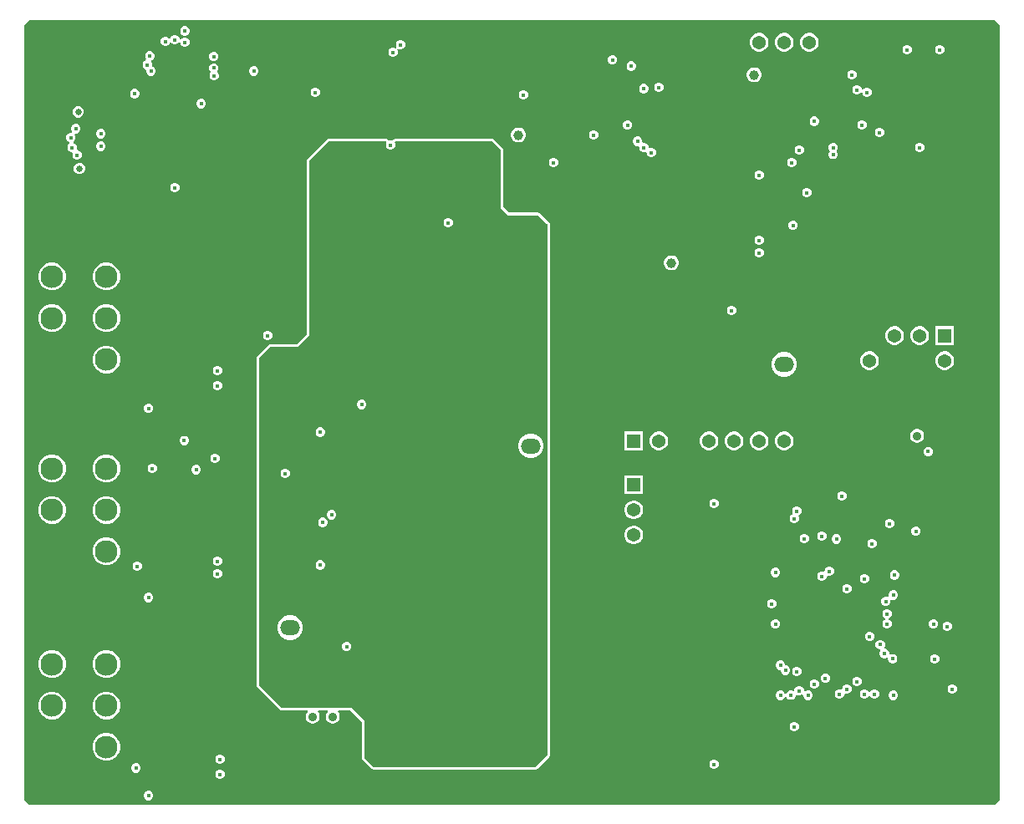
<source format=gbr>
%TF.GenerationSoftware,Altium Limited,Altium Designer,24.4.1 (13)*%
G04 Layer_Physical_Order=2*
G04 Layer_Color=36540*
%FSLAX45Y45*%
%MOMM*%
%TF.SameCoordinates,7BA59CB3-8EBC-4C6A-B4C6-80429C3BB8AE*%
%TF.FilePolarity,Positive*%
%TF.FileFunction,Copper,L2,Inr,Signal*%
%TF.Part,Single*%
G01*
G75*
%TA.AperFunction,ComponentPad*%
%ADD79C,0.65000*%
%ADD80O,2.10000X1.00000*%
G04:AMPARAMS|DCode=81|XSize=1.8mm|YSize=1mm|CornerRadius=0.25mm|HoleSize=0mm|Usage=FLASHONLY|Rotation=0.000|XOffset=0mm|YOffset=0mm|HoleType=Round|Shape=RoundedRectangle|*
%AMROUNDEDRECTD81*
21,1,1.80000,0.50000,0,0,0.0*
21,1,1.30000,1.00000,0,0,0.0*
1,1,0.50000,0.65000,-0.25000*
1,1,0.50000,-0.65000,-0.25000*
1,1,0.50000,-0.65000,0.25000*
1,1,0.50000,0.65000,0.25000*
%
%ADD81ROUNDEDRECTD81*%
%ADD82R,1.37000X1.37000*%
%ADD83C,1.37000*%
%TA.AperFunction,ViaPad*%
%ADD84O,2.00000X1.52400*%
%TA.AperFunction,ComponentPad*%
%ADD85C,0.40000*%
%ADD86R,1.37000X1.37000*%
%ADD88C,2.30000*%
%TA.AperFunction,ViaPad*%
%ADD89C,0.45000*%
%ADD90C,1.00000*%
%ADD91C,0.90000*%
%ADD92C,0.60000*%
G36*
X12496800Y10744200D02*
X12496800Y2895600D01*
X12446000Y2844800D01*
X2667000D01*
X2616200Y2895600D01*
Y10744200D01*
X2667000Y10795000D01*
X12446000D01*
X12496800Y10744200D01*
D02*
G37*
%LPC*%
G36*
X4251328Y10728600D02*
X4232272D01*
X4214667Y10721307D01*
X4201193Y10707833D01*
X4193900Y10690228D01*
Y10671172D01*
X4201193Y10653567D01*
X4214667Y10640093D01*
X4232272Y10632800D01*
X4251328D01*
X4268933Y10640093D01*
X4282407Y10653567D01*
X4289700Y10671172D01*
Y10690228D01*
X4282407Y10707833D01*
X4268933Y10721307D01*
X4251328Y10728600D01*
D02*
G37*
G36*
X4149728Y10639700D02*
X4130672D01*
X4113067Y10632407D01*
X4099593Y10618933D01*
X4094762Y10607272D01*
X4093965Y10606806D01*
X4080567Y10604874D01*
X4070813Y10614627D01*
X4053208Y10621920D01*
X4034152D01*
X4016547Y10614627D01*
X4003073Y10601153D01*
X3995780Y10583548D01*
Y10564492D01*
X4003073Y10546887D01*
X4016547Y10533413D01*
X4034152Y10526120D01*
X4053208D01*
X4070813Y10533413D01*
X4084287Y10546887D01*
X4089118Y10558548D01*
X4089915Y10559014D01*
X4103313Y10560946D01*
X4113067Y10551193D01*
X4130672Y10543900D01*
X4149728D01*
X4167333Y10551193D01*
X4180807Y10564667D01*
X4181200Y10565615D01*
X4193900Y10563089D01*
Y10556872D01*
X4201193Y10539267D01*
X4214667Y10525793D01*
X4232272Y10518500D01*
X4251328D01*
X4268933Y10525793D01*
X4282407Y10539267D01*
X4289700Y10556872D01*
Y10575928D01*
X4282407Y10593533D01*
X4268933Y10607007D01*
X4251328Y10614300D01*
X4232272D01*
X4214667Y10607007D01*
X4201193Y10593533D01*
X4200800Y10592585D01*
X4188100Y10595111D01*
Y10601328D01*
X4180807Y10618933D01*
X4167333Y10632407D01*
X4149728Y10639700D01*
D02*
G37*
G36*
X6435728Y10588900D02*
X6416672D01*
X6399067Y10581607D01*
X6385593Y10568133D01*
X6378300Y10550528D01*
Y10531472D01*
X6385593Y10513867D01*
X6377133Y10505407D01*
X6359528Y10512700D01*
X6340472D01*
X6322867Y10505407D01*
X6309393Y10491933D01*
X6302100Y10474328D01*
Y10455272D01*
X6309393Y10437667D01*
X6322867Y10424193D01*
X6340472Y10416900D01*
X6359528D01*
X6377133Y10424193D01*
X6390607Y10437667D01*
X6397900Y10455272D01*
Y10474328D01*
X6390607Y10491933D01*
X6399067Y10500393D01*
X6416672Y10493100D01*
X6435728D01*
X6453333Y10500393D01*
X6466807Y10513867D01*
X6474100Y10531472D01*
Y10550528D01*
X6466807Y10568133D01*
X6453333Y10581607D01*
X6435728Y10588900D01*
D02*
G37*
G36*
X10578762Y10660300D02*
X10554038D01*
X10530156Y10653901D01*
X10508744Y10641539D01*
X10491261Y10624056D01*
X10478899Y10602644D01*
X10472500Y10578762D01*
Y10554038D01*
X10478899Y10530156D01*
X10491261Y10508744D01*
X10508744Y10491261D01*
X10530156Y10478899D01*
X10554038Y10472500D01*
X10578762D01*
X10602644Y10478899D01*
X10624056Y10491261D01*
X10641539Y10508744D01*
X10653901Y10530156D01*
X10660300Y10554038D01*
Y10578762D01*
X10653901Y10602644D01*
X10641539Y10624056D01*
X10624056Y10641539D01*
X10602644Y10653901D01*
X10578762Y10660300D01*
D02*
G37*
G36*
X10324762D02*
X10300038D01*
X10276156Y10653901D01*
X10254744Y10641539D01*
X10237261Y10624056D01*
X10224899Y10602644D01*
X10218500Y10578762D01*
Y10554038D01*
X10224899Y10530156D01*
X10237261Y10508744D01*
X10254744Y10491261D01*
X10276156Y10478899D01*
X10300038Y10472500D01*
X10324762D01*
X10348644Y10478899D01*
X10370056Y10491261D01*
X10387539Y10508744D01*
X10399901Y10530156D01*
X10406300Y10554038D01*
Y10578762D01*
X10399901Y10602644D01*
X10387539Y10624056D01*
X10370056Y10641539D01*
X10348644Y10653901D01*
X10324762Y10660300D01*
D02*
G37*
G36*
X10070762D02*
X10046038D01*
X10022156Y10653901D01*
X10000744Y10641539D01*
X9983261Y10624056D01*
X9970899Y10602644D01*
X9964500Y10578762D01*
Y10554038D01*
X9970899Y10530156D01*
X9983261Y10508744D01*
X10000744Y10491261D01*
X10022156Y10478899D01*
X10046038Y10472500D01*
X10070762D01*
X10094644Y10478899D01*
X10116056Y10491261D01*
X10133539Y10508744D01*
X10145901Y10530156D01*
X10152300Y10554038D01*
Y10578762D01*
X10145901Y10602644D01*
X10133539Y10624056D01*
X10116056Y10641539D01*
X10094644Y10653901D01*
X10070762Y10660300D01*
D02*
G37*
G36*
X11896728Y10538100D02*
X11877672D01*
X11860067Y10530807D01*
X11846593Y10517333D01*
X11839300Y10499728D01*
Y10480672D01*
X11846593Y10463067D01*
X11860067Y10449593D01*
X11877672Y10442300D01*
X11896728D01*
X11914333Y10449593D01*
X11927807Y10463067D01*
X11935100Y10480672D01*
Y10499728D01*
X11927807Y10517333D01*
X11914333Y10530807D01*
X11896728Y10538100D01*
D02*
G37*
G36*
X11566528D02*
X11547472D01*
X11529867Y10530807D01*
X11516393Y10517333D01*
X11509100Y10499728D01*
Y10480672D01*
X11516393Y10463067D01*
X11529867Y10449593D01*
X11547472Y10442300D01*
X11566528D01*
X11584133Y10449593D01*
X11597607Y10463067D01*
X11604900Y10480672D01*
Y10499728D01*
X11597607Y10517333D01*
X11584133Y10530807D01*
X11566528Y10538100D01*
D02*
G37*
G36*
X4543428Y10469520D02*
X4524372D01*
X4506767Y10462227D01*
X4493293Y10448753D01*
X4486000Y10431148D01*
Y10412092D01*
X4493293Y10394487D01*
X4506767Y10381013D01*
X4524372Y10373720D01*
X4543428D01*
X4561033Y10381013D01*
X4574507Y10394487D01*
X4581800Y10412092D01*
Y10431148D01*
X4574507Y10448753D01*
X4561033Y10462227D01*
X4543428Y10469520D01*
D02*
G37*
G36*
X8582028Y10436500D02*
X8562972D01*
X8545367Y10429207D01*
X8531893Y10415733D01*
X8524600Y10398128D01*
Y10379072D01*
X8531893Y10361467D01*
X8545367Y10347993D01*
X8562972Y10340700D01*
X8582028D01*
X8599633Y10347993D01*
X8613107Y10361467D01*
X8620400Y10379072D01*
Y10398128D01*
X8613107Y10415733D01*
X8599633Y10429207D01*
X8582028Y10436500D01*
D02*
G37*
G36*
X8772528Y10373000D02*
X8753472D01*
X8735867Y10365707D01*
X8722393Y10352233D01*
X8715100Y10334628D01*
Y10315572D01*
X8722393Y10297967D01*
X8735867Y10284493D01*
X8753472Y10277200D01*
X8772528D01*
X8790133Y10284493D01*
X8803607Y10297967D01*
X8810900Y10315572D01*
Y10334628D01*
X8803607Y10352233D01*
X8790133Y10365707D01*
X8772528Y10373000D01*
D02*
G37*
G36*
X4949828Y10322200D02*
X4930772D01*
X4913167Y10314907D01*
X4899693Y10301433D01*
X4892400Y10283828D01*
Y10264772D01*
X4899693Y10247167D01*
X4913167Y10233693D01*
X4930772Y10226400D01*
X4949828D01*
X4967433Y10233693D01*
X4980907Y10247167D01*
X4988200Y10264772D01*
Y10283828D01*
X4980907Y10301433D01*
X4967433Y10314907D01*
X4949828Y10322200D01*
D02*
G37*
G36*
X3895728Y10474600D02*
X3876672D01*
X3859067Y10467307D01*
X3845593Y10453833D01*
X3838300Y10436228D01*
Y10417172D01*
X3845593Y10399567D01*
X3847726Y10397433D01*
X3844361Y10382837D01*
X3833667Y10378407D01*
X3820193Y10364933D01*
X3812900Y10347328D01*
Y10328272D01*
X3820193Y10310667D01*
X3833667Y10297193D01*
X3841454Y10293967D01*
X3851000Y10283828D01*
Y10264772D01*
X3858293Y10247167D01*
X3871767Y10233693D01*
X3889372Y10226400D01*
X3908428D01*
X3926033Y10233693D01*
X3939507Y10247167D01*
X3946800Y10264772D01*
Y10283828D01*
X3939507Y10301433D01*
X3926033Y10314907D01*
X3918246Y10318133D01*
X3908700Y10328272D01*
Y10347328D01*
X3901407Y10364933D01*
X3899274Y10367067D01*
X3902639Y10381663D01*
X3913333Y10386093D01*
X3926807Y10399567D01*
X3934100Y10417172D01*
Y10436228D01*
X3926807Y10453833D01*
X3913333Y10467307D01*
X3895728Y10474600D01*
D02*
G37*
G36*
X11007728Y10284100D02*
X10988672D01*
X10971067Y10276807D01*
X10957593Y10263333D01*
X10950300Y10245728D01*
Y10226672D01*
X10957593Y10209067D01*
X10971067Y10195593D01*
X10988672Y10188300D01*
X11007728D01*
X11025333Y10195593D01*
X11038807Y10209067D01*
X11046100Y10226672D01*
Y10245728D01*
X11038807Y10263333D01*
X11025333Y10276807D01*
X11007728Y10284100D01*
D02*
G37*
G36*
X4543428Y10352680D02*
X4524372D01*
X4506767Y10345387D01*
X4493293Y10331913D01*
X4486000Y10314308D01*
Y10295252D01*
X4493293Y10277647D01*
X4498513Y10272426D01*
X4498814Y10254767D01*
X4497796Y10253749D01*
X4490504Y10236144D01*
Y10217088D01*
X4497796Y10199483D01*
X4511271Y10186008D01*
X4528876Y10178716D01*
X4547932D01*
X4565537Y10186008D01*
X4579011Y10199483D01*
X4586304Y10217088D01*
Y10236144D01*
X4579011Y10253749D01*
X4573791Y10258970D01*
X4573490Y10276629D01*
X4574507Y10277647D01*
X4581800Y10295252D01*
Y10314308D01*
X4574507Y10331913D01*
X4561033Y10345387D01*
X4543428Y10352680D01*
D02*
G37*
G36*
X10017527Y10311600D02*
X9997673D01*
X9978497Y10306462D01*
X9961303Y10296535D01*
X9947265Y10282497D01*
X9937338Y10265303D01*
X9932200Y10246127D01*
Y10226273D01*
X9937338Y10207097D01*
X9947265Y10189903D01*
X9961303Y10175865D01*
X9978497Y10165938D01*
X9997673Y10160800D01*
X10017527D01*
X10036703Y10165938D01*
X10053897Y10175865D01*
X10067935Y10189903D01*
X10077862Y10207097D01*
X10083000Y10226273D01*
Y10246127D01*
X10077862Y10265303D01*
X10067935Y10282497D01*
X10053897Y10296535D01*
X10036703Y10306462D01*
X10017527Y10311600D01*
D02*
G37*
G36*
X9051928Y10157100D02*
X9032872D01*
X9015267Y10149807D01*
X9001793Y10136333D01*
X8994500Y10118728D01*
Y10099672D01*
X9001793Y10082067D01*
X9015267Y10068593D01*
X9032872Y10061300D01*
X9051928D01*
X9069533Y10068593D01*
X9083007Y10082067D01*
X9090300Y10099672D01*
Y10118728D01*
X9083007Y10136333D01*
X9069533Y10149807D01*
X9051928Y10157100D01*
D02*
G37*
G36*
X8899528Y10144400D02*
X8880472D01*
X8862867Y10137107D01*
X8849393Y10123633D01*
X8842100Y10106028D01*
Y10086972D01*
X8849393Y10069367D01*
X8862867Y10055893D01*
X8880472Y10048600D01*
X8899528D01*
X8917133Y10055893D01*
X8930607Y10069367D01*
X8937900Y10086972D01*
Y10106028D01*
X8930607Y10123633D01*
X8917133Y10137107D01*
X8899528Y10144400D01*
D02*
G37*
G36*
X11058528Y10131700D02*
X11039472D01*
X11021867Y10124407D01*
X11008393Y10110933D01*
X11001100Y10093328D01*
Y10074272D01*
X11008393Y10056667D01*
X11021867Y10043193D01*
X11039472Y10035900D01*
X11058528D01*
X11076133Y10043193D01*
X11089607Y10056667D01*
X11090000Y10057615D01*
X11102700Y10055089D01*
Y10048872D01*
X11109993Y10031267D01*
X11123467Y10017793D01*
X11141072Y10010500D01*
X11160128D01*
X11177733Y10017793D01*
X11191207Y10031267D01*
X11198500Y10048872D01*
Y10067928D01*
X11191207Y10085533D01*
X11177733Y10099007D01*
X11160128Y10106300D01*
X11141072D01*
X11123467Y10099007D01*
X11109993Y10085533D01*
X11109600Y10084585D01*
X11096900Y10087111D01*
Y10093328D01*
X11089607Y10110933D01*
X11076133Y10124407D01*
X11058528Y10131700D01*
D02*
G37*
G36*
X5572128Y10106300D02*
X5553072D01*
X5535467Y10099007D01*
X5521993Y10085533D01*
X5514700Y10067928D01*
Y10048872D01*
X5521993Y10031267D01*
X5535467Y10017793D01*
X5553072Y10010500D01*
X5572128D01*
X5589733Y10017793D01*
X5603207Y10031267D01*
X5610500Y10048872D01*
Y10067928D01*
X5603207Y10085533D01*
X5589733Y10099007D01*
X5572128Y10106300D01*
D02*
G37*
G36*
X3743328Y10093600D02*
X3724272D01*
X3706667Y10086307D01*
X3693193Y10072833D01*
X3685900Y10055228D01*
Y10036172D01*
X3693193Y10018567D01*
X3706667Y10005093D01*
X3724272Y9997800D01*
X3743328D01*
X3760933Y10005093D01*
X3774407Y10018567D01*
X3781700Y10036172D01*
Y10055228D01*
X3774407Y10072833D01*
X3760933Y10086307D01*
X3743328Y10093600D01*
D02*
G37*
G36*
X7680328Y10080900D02*
X7661272D01*
X7643667Y10073607D01*
X7630193Y10060133D01*
X7622900Y10042528D01*
Y10023472D01*
X7630193Y10005867D01*
X7643667Y9992393D01*
X7661272Y9985100D01*
X7680328D01*
X7697933Y9992393D01*
X7711407Y10005867D01*
X7718700Y10023472D01*
Y10042528D01*
X7711407Y10060133D01*
X7697933Y10073607D01*
X7680328Y10080900D01*
D02*
G37*
G36*
X4416428Y9992000D02*
X4397372D01*
X4379767Y9984707D01*
X4366293Y9971233D01*
X4359000Y9953628D01*
Y9934572D01*
X4366293Y9916967D01*
X4379767Y9903493D01*
X4397372Y9896200D01*
X4416428D01*
X4434033Y9903493D01*
X4447507Y9916967D01*
X4454800Y9934572D01*
Y9953628D01*
X4447507Y9971233D01*
X4434033Y9984707D01*
X4416428Y9992000D01*
D02*
G37*
G36*
X3172997Y9920120D02*
X3149963D01*
X3128682Y9911305D01*
X3112395Y9895018D01*
X3103580Y9873737D01*
Y9850703D01*
X3112395Y9829422D01*
X3128682Y9813135D01*
X3149963Y9804320D01*
X3172997D01*
X3194278Y9813135D01*
X3210565Y9829422D01*
X3219380Y9850703D01*
Y9873737D01*
X3210565Y9895018D01*
X3194278Y9911305D01*
X3172997Y9920120D01*
D02*
G37*
G36*
X10626728Y9813616D02*
X10607672D01*
X10590067Y9806323D01*
X10576593Y9792849D01*
X10569300Y9775244D01*
Y9756188D01*
X10576593Y9738583D01*
X10590067Y9725108D01*
X10607672Y9717816D01*
X10626728D01*
X10644333Y9725108D01*
X10657807Y9738583D01*
X10665100Y9756188D01*
Y9775244D01*
X10657807Y9792849D01*
X10644333Y9806323D01*
X10626728Y9813616D01*
D02*
G37*
G36*
X11109328Y9776100D02*
X11090272D01*
X11072667Y9768807D01*
X11059193Y9755333D01*
X11051900Y9737728D01*
Y9718672D01*
X11059193Y9701067D01*
X11072667Y9687593D01*
X11090272Y9680300D01*
X11109328D01*
X11126933Y9687593D01*
X11140407Y9701067D01*
X11147700Y9718672D01*
Y9737728D01*
X11140407Y9755333D01*
X11126933Y9768807D01*
X11109328Y9776100D01*
D02*
G37*
G36*
X8734428D02*
X8715372D01*
X8697767Y9768807D01*
X8684293Y9755333D01*
X8677000Y9737728D01*
Y9718672D01*
X8684293Y9701067D01*
X8697767Y9687593D01*
X8715372Y9680300D01*
X8734428D01*
X8752033Y9687593D01*
X8765507Y9701067D01*
X8772800Y9718672D01*
Y9737728D01*
X8765507Y9755333D01*
X8752033Y9768807D01*
X8734428Y9776100D01*
D02*
G37*
G36*
X11287128Y9699900D02*
X11268072D01*
X11250467Y9692607D01*
X11236993Y9679133D01*
X11229700Y9661528D01*
Y9642472D01*
X11236993Y9624867D01*
X11250467Y9611393D01*
X11268072Y9604100D01*
X11287128D01*
X11304733Y9611393D01*
X11318207Y9624867D01*
X11325500Y9642472D01*
Y9661528D01*
X11318207Y9679133D01*
X11304733Y9692607D01*
X11287128Y9699900D01*
D02*
G37*
G36*
X3400428Y9687200D02*
X3381372D01*
X3363767Y9679907D01*
X3350293Y9666433D01*
X3343000Y9648828D01*
Y9629772D01*
X3350293Y9612167D01*
X3363767Y9598693D01*
X3381372Y9591400D01*
X3400428D01*
X3418033Y9598693D01*
X3431507Y9612167D01*
X3438800Y9629772D01*
Y9648828D01*
X3431507Y9666433D01*
X3418033Y9679907D01*
X3400428Y9687200D01*
D02*
G37*
G36*
X8391528Y9674500D02*
X8372472D01*
X8354867Y9667207D01*
X8341393Y9653733D01*
X8334100Y9636128D01*
Y9617072D01*
X8341393Y9599467D01*
X8354867Y9585993D01*
X8372472Y9578700D01*
X8391528D01*
X8409133Y9585993D01*
X8422607Y9599467D01*
X8429900Y9617072D01*
Y9636128D01*
X8422607Y9653733D01*
X8409133Y9667207D01*
X8391528Y9674500D01*
D02*
G37*
G36*
X7350750Y9588998D02*
X6373112D01*
X6370312Y9588441D01*
X6367456Y9588372D01*
X6366513Y9588161D01*
X6364556Y9587296D01*
X6363201Y9587026D01*
X6361752Y9586058D01*
X6357467Y9584209D01*
X6357383Y9584122D01*
X6357272Y9584073D01*
X6353866Y9580501D01*
X6350427Y9576960D01*
X6345449Y9569268D01*
X6344186Y9568733D01*
X6334128Y9572900D01*
X6315072D01*
X6305014Y9568733D01*
X6303751Y9569268D01*
X6298773Y9576960D01*
X6295337Y9580498D01*
X6291929Y9584072D01*
X6291818Y9584122D01*
X6291733Y9584209D01*
X6287449Y9586058D01*
X6285999Y9587026D01*
X6284644Y9587296D01*
X6282689Y9588161D01*
X6281746Y9588372D01*
X6278890Y9588440D01*
X6276088Y9588998D01*
X5704851D01*
X5702349Y9588500D01*
X5699797Y9588500D01*
X5697440Y9588031D01*
X5695085Y9587055D01*
X5694940Y9587026D01*
X5694817Y9586944D01*
X5690732Y9585252D01*
X5690586Y9585223D01*
X5690463Y9585141D01*
X5688107Y9584165D01*
X5686110Y9582830D01*
X5684306Y9581026D01*
X5682184Y9579609D01*
X5482591Y9380016D01*
X5481174Y9377895D01*
X5479371Y9376092D01*
X5478036Y9374095D01*
X5478035Y9374094D01*
X5477059Y9371736D01*
X5476977Y9371614D01*
X5476949Y9371470D01*
X5475256Y9367383D01*
X5475174Y9367260D01*
X5475145Y9367115D01*
X5474169Y9364758D01*
X5473700Y9362402D01*
Y9359851D01*
X5473202Y9357350D01*
Y7605327D01*
X5374072Y7506197D01*
X5107951Y7506198D01*
X5105449Y7505700D01*
X5102897Y7505700D01*
X5100540Y7505231D01*
X5098185Y7504255D01*
X5098040Y7504226D01*
X5097917Y7504144D01*
X5093832Y7502452D01*
X5093686Y7502423D01*
X5093563Y7502341D01*
X5091207Y7501365D01*
X5089210Y7500030D01*
X5087406Y7498226D01*
X5085284Y7496809D01*
X4974591Y7386116D01*
X4973174Y7383995D01*
X4971371Y7382192D01*
X4970036Y7380195D01*
X4970035Y7380194D01*
X4969059Y7377836D01*
X4968977Y7377714D01*
X4968949Y7377570D01*
X4967256Y7373483D01*
X4967174Y7373360D01*
X4967145Y7373215D01*
X4966169Y7370858D01*
X4965700Y7368502D01*
Y7365951D01*
X4965202Y7363450D01*
Y4053851D01*
X4965700Y4051349D01*
X4965700Y4048797D01*
X4966169Y4046440D01*
X4967145Y4044085D01*
X4967174Y4043940D01*
X4967256Y4043817D01*
X4968948Y4039732D01*
X4968977Y4039586D01*
X4969059Y4039463D01*
X4970035Y4037107D01*
X4971370Y4035110D01*
X4973174Y4033306D01*
X4974591Y4031184D01*
X5199584Y3806191D01*
X5201705Y3804774D01*
X5203508Y3802971D01*
X5205505Y3801636D01*
X5205506Y3801635D01*
X5207864Y3800659D01*
X5207986Y3800577D01*
X5208130Y3800549D01*
X5212217Y3798856D01*
X5212340Y3798774D01*
X5212485Y3798745D01*
X5214842Y3797769D01*
X5217198Y3797300D01*
X5219749D01*
X5222250Y3796802D01*
X5482681D01*
X5487942Y3784102D01*
X5480866Y3777027D01*
X5471598Y3760973D01*
X5466800Y3743068D01*
Y3724532D01*
X5471598Y3706627D01*
X5480866Y3690573D01*
X5493973Y3677466D01*
X5510027Y3668198D01*
X5527932Y3663400D01*
X5546468D01*
X5564373Y3668198D01*
X5580427Y3677466D01*
X5593534Y3690573D01*
X5602802Y3706627D01*
X5607600Y3724532D01*
Y3743068D01*
X5602802Y3760973D01*
X5593534Y3777027D01*
X5586458Y3784102D01*
X5591719Y3796802D01*
X5685881D01*
X5691142Y3784102D01*
X5684066Y3777027D01*
X5674798Y3760973D01*
X5670000Y3743068D01*
Y3724532D01*
X5674798Y3706627D01*
X5684066Y3690573D01*
X5697173Y3677466D01*
X5713227Y3668198D01*
X5731132Y3663400D01*
X5749668D01*
X5767573Y3668198D01*
X5783627Y3677466D01*
X5796734Y3690573D01*
X5806002Y3706627D01*
X5810800Y3724532D01*
Y3743068D01*
X5806002Y3760973D01*
X5796734Y3777027D01*
X5789658Y3784102D01*
X5794919Y3796802D01*
X5920173D01*
X6038352Y3678623D01*
Y3310901D01*
X6038850Y3308399D01*
X6038850Y3305847D01*
X6039319Y3303490D01*
X6040295Y3301135D01*
X6040324Y3300990D01*
X6040406Y3300867D01*
X6042098Y3296782D01*
X6042127Y3296636D01*
X6042209Y3296513D01*
X6043185Y3294157D01*
X6044520Y3292160D01*
X6046324Y3290356D01*
X6047741Y3288234D01*
X6126684Y3209291D01*
X6128805Y3207874D01*
X6130608Y3206071D01*
X6132605Y3204736D01*
X6132606Y3204735D01*
X6134964Y3203759D01*
X6135086Y3203677D01*
X6135230Y3203649D01*
X6139317Y3201956D01*
X6139440Y3201874D01*
X6139585Y3201845D01*
X6141942Y3200869D01*
X6144298Y3200400D01*
X6146849D01*
X6149350Y3199902D01*
X7795249D01*
X7797751Y3200400D01*
X7800303Y3200400D01*
X7802660Y3200869D01*
X7805015Y3201845D01*
X7805160Y3201874D01*
X7805283Y3201956D01*
X7809368Y3203648D01*
X7809514Y3203677D01*
X7809637Y3203759D01*
X7811993Y3204735D01*
X7813990Y3206070D01*
X7815794Y3207874D01*
X7817916Y3209291D01*
X7928608Y3319983D01*
X7930025Y3322104D01*
X7931829Y3323908D01*
X7933163Y3325905D01*
X7933164Y3325906D01*
X7934140Y3328263D01*
X7934222Y3328385D01*
X7934251Y3328530D01*
X7935943Y3332616D01*
X7936026Y3332739D01*
X7936055Y3332885D01*
X7937031Y3335241D01*
X7937499Y3337598D01*
Y3340148D01*
X7937997Y3342650D01*
Y3688533D01*
Y3823169D01*
Y4053851D01*
Y4397100D01*
Y4518646D01*
Y4618991D01*
X7937997Y4760900D01*
Y5260972D01*
Y5280028D01*
Y5737893D01*
Y5826400D01*
Y6156993D01*
Y6245500D01*
Y6360146D01*
Y6460491D01*
Y6602400D01*
Y6643833D01*
Y6905628D01*
Y6923233D01*
Y7365806D01*
X7937998Y7482271D01*
Y7605327D01*
Y8722349D01*
X7937500Y8724851D01*
X7937500Y8727403D01*
X7937031Y8729760D01*
X7936055Y8732115D01*
X7936026Y8732260D01*
X7935944Y8732383D01*
X7934252Y8736468D01*
X7934223Y8736614D01*
X7934141Y8736737D01*
X7933165Y8739093D01*
X7931830Y8741090D01*
X7930026Y8742894D01*
X7928609Y8745016D01*
X7843316Y8830308D01*
X7841195Y8831725D01*
X7839392Y8833529D01*
X7837395Y8834863D01*
X7837394Y8834864D01*
X7835036Y8835841D01*
X7834914Y8835922D01*
X7834770Y8835951D01*
X7830683Y8837644D01*
X7830560Y8837726D01*
X7830415Y8837755D01*
X7828058Y8838731D01*
X7825702Y8839200D01*
X7823151D01*
X7820650Y8839697D01*
X7529127D01*
X7468098Y8900727D01*
Y9471649D01*
X7467600Y9474151D01*
X7467600Y9476703D01*
X7467131Y9479060D01*
X7466155Y9481415D01*
X7466126Y9481560D01*
X7466044Y9481683D01*
X7464352Y9485768D01*
X7464323Y9485914D01*
X7464241Y9486037D01*
X7463265Y9488393D01*
X7461930Y9490390D01*
X7460126Y9492194D01*
X7458709Y9494316D01*
X7373416Y9579609D01*
X7371295Y9581026D01*
X7369492Y9582829D01*
X7367495Y9584164D01*
X7367494Y9584165D01*
X7365136Y9585141D01*
X7365014Y9585223D01*
X7364870Y9585251D01*
X7360783Y9586944D01*
X7360660Y9587026D01*
X7360515Y9587055D01*
X7358158Y9588031D01*
X7355802Y9588500D01*
X7353251D01*
X7350750Y9588998D01*
D02*
G37*
G36*
X7629927Y9702000D02*
X7610073D01*
X7590897Y9696862D01*
X7573703Y9686935D01*
X7559665Y9672897D01*
X7549738Y9655703D01*
X7544600Y9636527D01*
Y9616673D01*
X7549738Y9597497D01*
X7559665Y9580303D01*
X7573703Y9566265D01*
X7590897Y9556338D01*
X7610073Y9551200D01*
X7629927D01*
X7649103Y9556338D01*
X7666297Y9566265D01*
X7680335Y9580303D01*
X7690262Y9597497D01*
X7695400Y9616673D01*
Y9636527D01*
X7690262Y9655703D01*
X7680335Y9672897D01*
X7666297Y9686935D01*
X7649103Y9696862D01*
X7629927Y9702000D01*
D02*
G37*
G36*
X3400428Y9560200D02*
X3381372D01*
X3363767Y9552907D01*
X3350293Y9539433D01*
X3343000Y9521828D01*
Y9502772D01*
X3350293Y9485167D01*
X3363767Y9471693D01*
X3381372Y9464400D01*
X3400428D01*
X3418033Y9471693D01*
X3431507Y9485167D01*
X3438800Y9502772D01*
Y9521828D01*
X3431507Y9539433D01*
X3418033Y9552907D01*
X3400428Y9560200D01*
D02*
G37*
G36*
X11693528Y9547500D02*
X11674472D01*
X11656867Y9540207D01*
X11643393Y9526733D01*
X11636100Y9509128D01*
Y9490072D01*
X11643393Y9472467D01*
X11656867Y9458993D01*
X11674472Y9451700D01*
X11693528D01*
X11711133Y9458993D01*
X11724607Y9472467D01*
X11731900Y9490072D01*
Y9509128D01*
X11724607Y9526733D01*
X11711133Y9540207D01*
X11693528Y9547500D01*
D02*
G37*
G36*
X10474328Y9522100D02*
X10455272D01*
X10437667Y9514807D01*
X10424193Y9501333D01*
X10416900Y9483728D01*
Y9464672D01*
X10424193Y9447067D01*
X10437667Y9433593D01*
X10455272Y9426300D01*
X10474328D01*
X10491933Y9433593D01*
X10505407Y9447067D01*
X10512700Y9464672D01*
Y9483728D01*
X10505407Y9501333D01*
X10491933Y9514807D01*
X10474328Y9522100D01*
D02*
G37*
G36*
X8836028Y9611000D02*
X8816972D01*
X8799367Y9603707D01*
X8785893Y9590233D01*
X8778600Y9572628D01*
Y9553572D01*
X8785893Y9535967D01*
X8799367Y9522493D01*
X8816972Y9515200D01*
X8830869D01*
X8838159Y9511259D01*
X8842100Y9503969D01*
Y9490072D01*
X8849393Y9472467D01*
X8862867Y9458993D01*
X8880472Y9451700D01*
X8899528D01*
X8905600Y9454215D01*
X8918300Y9445729D01*
Y9439272D01*
X8925593Y9421667D01*
X8939067Y9408193D01*
X8956672Y9400900D01*
X8975728D01*
X8993333Y9408193D01*
X9006807Y9421667D01*
X9014100Y9439272D01*
Y9458328D01*
X9006807Y9475933D01*
X8993333Y9489407D01*
X8975728Y9496700D01*
X8956672D01*
X8950600Y9494185D01*
X8937900Y9502671D01*
Y9509128D01*
X8930607Y9526733D01*
X8917133Y9540207D01*
X8899528Y9547500D01*
X8885631D01*
X8878341Y9551441D01*
X8874400Y9558731D01*
Y9572628D01*
X8867107Y9590233D01*
X8853633Y9603707D01*
X8836028Y9611000D01*
D02*
G37*
G36*
X10817228Y9547500D02*
X10798172D01*
X10780567Y9540207D01*
X10767093Y9526733D01*
X10759800Y9509128D01*
Y9490072D01*
X10767093Y9472467D01*
X10775160Y9464400D01*
X10767093Y9456333D01*
X10759800Y9438728D01*
Y9419672D01*
X10767093Y9402067D01*
X10780567Y9388592D01*
X10798172Y9381300D01*
X10817228D01*
X10834833Y9388592D01*
X10848307Y9402067D01*
X10855600Y9419672D01*
Y9438728D01*
X10848307Y9456333D01*
X10840240Y9464400D01*
X10848307Y9472467D01*
X10855600Y9490072D01*
Y9509128D01*
X10848307Y9526733D01*
X10834833Y9540207D01*
X10817228Y9547500D01*
D02*
G37*
G36*
X3146428Y9738000D02*
X3127372D01*
X3109767Y9730707D01*
X3096293Y9717233D01*
X3089000Y9699628D01*
Y9680572D01*
X3096293Y9662967D01*
X3098426Y9660833D01*
X3098059Y9659295D01*
X3092199Y9649100D01*
X3076572D01*
X3058967Y9641807D01*
X3045493Y9628333D01*
X3038200Y9610728D01*
Y9591672D01*
X3045493Y9574067D01*
X3058967Y9560593D01*
X3073330Y9554643D01*
X3074808Y9542706D01*
X3074594Y9541420D01*
X3071667Y9540207D01*
X3058193Y9526733D01*
X3050900Y9509128D01*
Y9490072D01*
X3058193Y9472467D01*
X3071667Y9458993D01*
X3089272Y9451700D01*
X3095729D01*
X3104215Y9439000D01*
X3101700Y9432928D01*
Y9413872D01*
X3108993Y9396267D01*
X3122467Y9382793D01*
X3140072Y9375500D01*
X3159128D01*
X3176733Y9382793D01*
X3190207Y9396267D01*
X3197500Y9413872D01*
Y9432928D01*
X3190207Y9450533D01*
X3176733Y9464007D01*
X3159128Y9471300D01*
X3152671D01*
X3144185Y9484000D01*
X3146700Y9490072D01*
Y9509128D01*
X3139407Y9526733D01*
X3125933Y9540207D01*
X3111570Y9546157D01*
X3110092Y9558094D01*
X3110306Y9559380D01*
X3113233Y9560593D01*
X3126707Y9574067D01*
X3134000Y9591672D01*
Y9610728D01*
X3126707Y9628333D01*
X3124574Y9630467D01*
X3124941Y9632005D01*
X3130801Y9642200D01*
X3146428D01*
X3164033Y9649493D01*
X3177507Y9662967D01*
X3184800Y9680572D01*
Y9699628D01*
X3177507Y9717233D01*
X3164033Y9730707D01*
X3146428Y9738000D01*
D02*
G37*
G36*
X10398128Y9395100D02*
X10379072D01*
X10361467Y9387807D01*
X10347993Y9374333D01*
X10340700Y9356728D01*
Y9337672D01*
X10347993Y9320067D01*
X10361467Y9306593D01*
X10379072Y9299300D01*
X10398128D01*
X10415733Y9306593D01*
X10429207Y9320067D01*
X10436500Y9337672D01*
Y9356728D01*
X10429207Y9374333D01*
X10415733Y9387807D01*
X10398128Y9395100D01*
D02*
G37*
G36*
X7985128D02*
X7966072D01*
X7948467Y9387807D01*
X7934993Y9374333D01*
X7927700Y9356728D01*
Y9337672D01*
X7934993Y9320067D01*
X7948467Y9306593D01*
X7966072Y9299300D01*
X7985128D01*
X8002733Y9306593D01*
X8016207Y9320067D01*
X8023500Y9337672D01*
Y9356728D01*
X8016207Y9374333D01*
X8002733Y9387807D01*
X7985128Y9395100D01*
D02*
G37*
G36*
X3186217Y9344700D02*
X3163183D01*
X3141902Y9335885D01*
X3125615Y9319598D01*
X3116800Y9298317D01*
Y9275283D01*
X3125615Y9254002D01*
X3141902Y9237715D01*
X3163183Y9228900D01*
X3186217D01*
X3207498Y9237715D01*
X3223785Y9254002D01*
X3232600Y9275283D01*
Y9298317D01*
X3223785Y9319598D01*
X3207498Y9335885D01*
X3186217Y9344700D01*
D02*
G37*
G36*
X10067928Y9268100D02*
X10048872D01*
X10031267Y9260807D01*
X10017793Y9247333D01*
X10010500Y9229728D01*
Y9210672D01*
X10017793Y9193067D01*
X10031267Y9179593D01*
X10048872Y9172300D01*
X10067928D01*
X10085533Y9179593D01*
X10099007Y9193067D01*
X10106300Y9210672D01*
Y9229728D01*
X10099007Y9247333D01*
X10085533Y9260807D01*
X10067928Y9268100D01*
D02*
G37*
G36*
X4149728Y9141100D02*
X4130672D01*
X4113067Y9133807D01*
X4099593Y9120333D01*
X4092300Y9102728D01*
Y9083672D01*
X4099593Y9066067D01*
X4113067Y9052593D01*
X4130672Y9045300D01*
X4149728D01*
X4167333Y9052593D01*
X4180807Y9066067D01*
X4188100Y9083672D01*
Y9102728D01*
X4180807Y9120333D01*
X4167333Y9133807D01*
X4149728Y9141100D01*
D02*
G37*
G36*
X10550528Y9090300D02*
X10531472D01*
X10513867Y9083007D01*
X10500393Y9069533D01*
X10493100Y9051928D01*
Y9032872D01*
X10500393Y9015267D01*
X10513867Y9001793D01*
X10531472Y8994500D01*
X10550528D01*
X10568133Y9001793D01*
X10581607Y9015267D01*
X10588900Y9032872D01*
Y9051928D01*
X10581607Y9069533D01*
X10568133Y9083007D01*
X10550528Y9090300D01*
D02*
G37*
G36*
X10410828Y8760100D02*
X10391772D01*
X10374167Y8752807D01*
X10360693Y8739333D01*
X10353400Y8721728D01*
Y8702672D01*
X10360693Y8685067D01*
X10374167Y8671593D01*
X10391772Y8664300D01*
X10410828D01*
X10428433Y8671593D01*
X10441907Y8685067D01*
X10449200Y8702672D01*
Y8721728D01*
X10441907Y8739333D01*
X10428433Y8752807D01*
X10410828Y8760100D01*
D02*
G37*
G36*
X10067928Y8607700D02*
X10048872D01*
X10031267Y8600407D01*
X10017793Y8586933D01*
X10010500Y8569328D01*
Y8550272D01*
X10017793Y8532667D01*
X10031267Y8519193D01*
X10048872Y8511900D01*
X10067928D01*
X10085533Y8519193D01*
X10099007Y8532667D01*
X10106300Y8550272D01*
Y8569328D01*
X10099007Y8586933D01*
X10085533Y8600407D01*
X10067928Y8607700D01*
D02*
G37*
G36*
Y8480700D02*
X10048872D01*
X10031267Y8473407D01*
X10017793Y8459933D01*
X10010500Y8442328D01*
Y8423272D01*
X10017793Y8405667D01*
X10031267Y8392193D01*
X10048872Y8384900D01*
X10067928D01*
X10085533Y8392193D01*
X10099007Y8405667D01*
X10106300Y8423272D01*
Y8442328D01*
X10099007Y8459933D01*
X10085533Y8473407D01*
X10067928Y8480700D01*
D02*
G37*
G36*
X9179327Y8406600D02*
X9159473D01*
X9140297Y8401462D01*
X9123103Y8391535D01*
X9109065Y8377497D01*
X9099138Y8360303D01*
X9094000Y8341127D01*
Y8321273D01*
X9099138Y8302097D01*
X9109065Y8284903D01*
X9123103Y8270865D01*
X9140297Y8260938D01*
X9159473Y8255800D01*
X9179327D01*
X9198503Y8260938D01*
X9215697Y8270865D01*
X9229735Y8284903D01*
X9239662Y8302097D01*
X9244800Y8321273D01*
Y8341127D01*
X9239662Y8360303D01*
X9229735Y8377497D01*
X9215697Y8391535D01*
X9198503Y8401462D01*
X9179327Y8406600D01*
D02*
G37*
G36*
X3464084Y8332800D02*
X3427116D01*
X3391407Y8323232D01*
X3359392Y8304748D01*
X3333252Y8278608D01*
X3314768Y8246593D01*
X3305200Y8210884D01*
Y8173916D01*
X3314768Y8138208D01*
X3333252Y8106193D01*
X3359392Y8080052D01*
X3391407Y8061568D01*
X3427116Y8052000D01*
X3464084D01*
X3499792Y8061568D01*
X3531808Y8080052D01*
X3557948Y8106193D01*
X3576432Y8138208D01*
X3586000Y8173916D01*
Y8210884D01*
X3576432Y8246593D01*
X3557948Y8278608D01*
X3531808Y8304748D01*
X3499792Y8323232D01*
X3464084Y8332800D01*
D02*
G37*
G36*
X2914084D02*
X2877116D01*
X2841408Y8323232D01*
X2809392Y8304748D01*
X2783252Y8278608D01*
X2764768Y8246593D01*
X2755200Y8210884D01*
Y8173916D01*
X2764768Y8138208D01*
X2783252Y8106193D01*
X2809392Y8080052D01*
X2841408Y8061568D01*
X2877116Y8052000D01*
X2914084D01*
X2949792Y8061568D01*
X2981808Y8080052D01*
X3007948Y8106193D01*
X3026432Y8138208D01*
X3036000Y8173916D01*
Y8210884D01*
X3026432Y8246593D01*
X3007948Y8278608D01*
X2981808Y8304748D01*
X2949792Y8323232D01*
X2914084Y8332800D01*
D02*
G37*
G36*
X9788528Y7896500D02*
X9769472D01*
X9751867Y7889207D01*
X9738393Y7875733D01*
X9731100Y7858128D01*
Y7839072D01*
X9738393Y7821467D01*
X9751867Y7807993D01*
X9769472Y7800700D01*
X9788528D01*
X9806133Y7807993D01*
X9819607Y7821467D01*
X9826900Y7839072D01*
Y7858128D01*
X9819607Y7875733D01*
X9806133Y7889207D01*
X9788528Y7896500D01*
D02*
G37*
G36*
X3464084Y7912800D02*
X3427116D01*
X3391407Y7903232D01*
X3359392Y7884748D01*
X3333252Y7858608D01*
X3314768Y7826592D01*
X3305200Y7790884D01*
Y7753916D01*
X3314768Y7718208D01*
X3333252Y7686192D01*
X3359392Y7660052D01*
X3391407Y7641568D01*
X3427116Y7632000D01*
X3464084D01*
X3499792Y7641568D01*
X3531808Y7660052D01*
X3557948Y7686192D01*
X3576432Y7718208D01*
X3586000Y7753916D01*
Y7790884D01*
X3576432Y7826592D01*
X3557948Y7858608D01*
X3531808Y7884748D01*
X3499792Y7903232D01*
X3464084Y7912800D01*
D02*
G37*
G36*
X2914084D02*
X2877116D01*
X2841408Y7903232D01*
X2809392Y7884748D01*
X2783252Y7858608D01*
X2764768Y7826592D01*
X2755200Y7790884D01*
Y7753916D01*
X2764768Y7718208D01*
X2783252Y7686192D01*
X2809392Y7660052D01*
X2841408Y7641568D01*
X2877116Y7632000D01*
X2914084D01*
X2949792Y7641568D01*
X2981808Y7660052D01*
X3007948Y7686192D01*
X3026432Y7718208D01*
X3036000Y7753916D01*
Y7790884D01*
X3026432Y7826592D01*
X3007948Y7858608D01*
X2981808Y7884748D01*
X2949792Y7903232D01*
X2914084Y7912800D01*
D02*
G37*
G36*
X5089528Y7642500D02*
X5070472D01*
X5052867Y7635207D01*
X5039393Y7621733D01*
X5032100Y7604128D01*
Y7585072D01*
X5039393Y7567467D01*
X5052867Y7553993D01*
X5070472Y7546700D01*
X5089528D01*
X5107133Y7553993D01*
X5120607Y7567467D01*
X5127900Y7585072D01*
Y7604128D01*
X5120607Y7621733D01*
X5107133Y7635207D01*
X5089528Y7642500D01*
D02*
G37*
G36*
X12031900Y7688500D02*
X11844100D01*
Y7500700D01*
X12031900D01*
Y7688500D01*
D02*
G37*
G36*
X11696362D02*
X11671638D01*
X11647756Y7682101D01*
X11626344Y7669739D01*
X11608861Y7652256D01*
X11596499Y7630844D01*
X11590100Y7606962D01*
Y7582238D01*
X11596499Y7558356D01*
X11608861Y7536944D01*
X11626344Y7519461D01*
X11647756Y7507099D01*
X11671638Y7500700D01*
X11696362D01*
X11720244Y7507099D01*
X11741656Y7519461D01*
X11759139Y7536944D01*
X11771501Y7558356D01*
X11777900Y7582238D01*
Y7606962D01*
X11771501Y7630844D01*
X11759139Y7652256D01*
X11741656Y7669739D01*
X11720244Y7682101D01*
X11696362Y7688500D01*
D02*
G37*
G36*
X11442362D02*
X11417638D01*
X11393756Y7682101D01*
X11372344Y7669739D01*
X11354861Y7652256D01*
X11342499Y7630844D01*
X11336100Y7606962D01*
Y7582238D01*
X11342499Y7558356D01*
X11354861Y7536944D01*
X11372344Y7519461D01*
X11393756Y7507099D01*
X11417638Y7500700D01*
X11442362D01*
X11466244Y7507099D01*
X11487656Y7519461D01*
X11505139Y7536944D01*
X11517501Y7558356D01*
X11523900Y7582238D01*
Y7606962D01*
X11517501Y7630844D01*
X11505139Y7652256D01*
X11487656Y7669739D01*
X11466244Y7682101D01*
X11442362Y7688500D01*
D02*
G37*
G36*
X11950362Y7434500D02*
X11925638D01*
X11901756Y7428101D01*
X11880344Y7415739D01*
X11862861Y7398256D01*
X11850499Y7376844D01*
X11844100Y7352962D01*
Y7328238D01*
X11850499Y7304356D01*
X11862861Y7282944D01*
X11880344Y7265461D01*
X11901756Y7253099D01*
X11925638Y7246700D01*
X11950362D01*
X11974244Y7253099D01*
X11995656Y7265461D01*
X12013139Y7282944D01*
X12025501Y7304356D01*
X12031900Y7328238D01*
Y7352962D01*
X12025501Y7376844D01*
X12013139Y7398256D01*
X11995656Y7415739D01*
X11974244Y7428101D01*
X11950362Y7434500D01*
D02*
G37*
G36*
X11188362D02*
X11163638D01*
X11139756Y7428101D01*
X11118344Y7415739D01*
X11100861Y7398256D01*
X11088499Y7376844D01*
X11082100Y7352962D01*
Y7328238D01*
X11088499Y7304356D01*
X11100861Y7282944D01*
X11118344Y7265461D01*
X11139756Y7253099D01*
X11163638Y7246700D01*
X11188362D01*
X11212244Y7253099D01*
X11233656Y7265461D01*
X11251139Y7282944D01*
X11263501Y7304356D01*
X11269900Y7328238D01*
Y7352962D01*
X11263501Y7376844D01*
X11251139Y7398256D01*
X11233656Y7415739D01*
X11212244Y7428101D01*
X11188362Y7434500D01*
D02*
G37*
G36*
X3464084Y7492800D02*
X3427116D01*
X3391407Y7483232D01*
X3359392Y7464748D01*
X3333252Y7438608D01*
X3314768Y7406593D01*
X3305200Y7370884D01*
Y7333916D01*
X3314768Y7298208D01*
X3333252Y7266192D01*
X3359392Y7240052D01*
X3391407Y7221568D01*
X3427116Y7212000D01*
X3464084D01*
X3499792Y7221568D01*
X3531808Y7240052D01*
X3557948Y7266192D01*
X3576432Y7298208D01*
X3586000Y7333916D01*
Y7370884D01*
X3576432Y7406593D01*
X3557948Y7438608D01*
X3531808Y7464748D01*
X3499792Y7483232D01*
X3464084Y7492800D01*
D02*
G37*
G36*
X4581528Y7286900D02*
X4562472D01*
X4544867Y7279607D01*
X4531393Y7266133D01*
X4524100Y7248528D01*
Y7229472D01*
X4531393Y7211867D01*
X4544867Y7198393D01*
X4562472Y7191100D01*
X4581528D01*
X4599133Y7198393D01*
X4612607Y7211867D01*
X4619900Y7229472D01*
Y7248528D01*
X4612607Y7266133D01*
X4599133Y7279607D01*
X4581528Y7286900D01*
D02*
G37*
G36*
X10328909Y7427900D02*
X10295891D01*
X10263998Y7419354D01*
X10235403Y7402845D01*
X10212055Y7379497D01*
X10195546Y7350902D01*
X10187000Y7319009D01*
Y7285991D01*
X10195546Y7254098D01*
X10212055Y7225503D01*
X10235403Y7202155D01*
X10263998Y7185646D01*
X10295891Y7177100D01*
X10328909D01*
X10360802Y7185646D01*
X10389397Y7202155D01*
X10412745Y7225503D01*
X10429254Y7254098D01*
X10437800Y7285991D01*
Y7319009D01*
X10429254Y7350902D01*
X10412745Y7379497D01*
X10389397Y7402845D01*
X10360802Y7419354D01*
X10328909Y7427900D01*
D02*
G37*
G36*
X4581528Y7134500D02*
X4562472D01*
X4544867Y7127207D01*
X4531393Y7113733D01*
X4524100Y7096128D01*
Y7077072D01*
X4531393Y7059467D01*
X4544867Y7045993D01*
X4562472Y7038700D01*
X4581528D01*
X4599133Y7045993D01*
X4612607Y7059467D01*
X4619900Y7077072D01*
Y7096128D01*
X4612607Y7113733D01*
X4599133Y7127207D01*
X4581528Y7134500D01*
D02*
G37*
G36*
X3883028Y6905900D02*
X3863972D01*
X3846367Y6898607D01*
X3832893Y6885133D01*
X3825600Y6867528D01*
Y6848472D01*
X3832893Y6830867D01*
X3846367Y6817393D01*
X3863972Y6810100D01*
X3883028D01*
X3900633Y6817393D01*
X3914107Y6830867D01*
X3921400Y6848472D01*
Y6867528D01*
X3914107Y6885133D01*
X3900633Y6898607D01*
X3883028Y6905900D01*
D02*
G37*
G36*
X11667868Y6649000D02*
X11649332D01*
X11631427Y6644202D01*
X11615373Y6634934D01*
X11602266Y6621827D01*
X11592998Y6605773D01*
X11588200Y6587868D01*
Y6569332D01*
X11592998Y6551427D01*
X11602266Y6535373D01*
X11615373Y6522266D01*
X11631427Y6512998D01*
X11649332Y6508200D01*
X11667868D01*
X11685773Y6512998D01*
X11701827Y6522266D01*
X11714934Y6535373D01*
X11724202Y6551427D01*
X11729000Y6569332D01*
Y6587868D01*
X11724202Y6605773D01*
X11714934Y6621827D01*
X11701827Y6634934D01*
X11685773Y6644202D01*
X11667868Y6649000D01*
D02*
G37*
G36*
X4244957Y6578346D02*
X4225902D01*
X4208296Y6571054D01*
X4194822Y6557579D01*
X4187530Y6539974D01*
Y6520919D01*
X4194822Y6503313D01*
X4208296Y6489839D01*
X4225902Y6482547D01*
X4244957D01*
X4262562Y6489839D01*
X4276037Y6503313D01*
X4283329Y6520919D01*
Y6539974D01*
X4276037Y6557579D01*
X4262562Y6571054D01*
X4244957Y6578346D01*
D02*
G37*
G36*
X10324762Y6621700D02*
X10300038D01*
X10276156Y6615301D01*
X10254744Y6602939D01*
X10237261Y6585456D01*
X10224899Y6564044D01*
X10218500Y6540162D01*
Y6515438D01*
X10224899Y6491556D01*
X10237261Y6470144D01*
X10254744Y6452661D01*
X10276156Y6440299D01*
X10300038Y6433900D01*
X10324762D01*
X10348644Y6440299D01*
X10370056Y6452661D01*
X10387539Y6470144D01*
X10399901Y6491556D01*
X10406300Y6515438D01*
Y6540162D01*
X10399901Y6564044D01*
X10387539Y6585456D01*
X10370056Y6602939D01*
X10348644Y6615301D01*
X10324762Y6621700D01*
D02*
G37*
G36*
X10070762D02*
X10046038D01*
X10022156Y6615301D01*
X10000744Y6602939D01*
X9983261Y6585456D01*
X9970899Y6564044D01*
X9964500Y6540162D01*
Y6515438D01*
X9970899Y6491556D01*
X9983261Y6470144D01*
X10000744Y6452661D01*
X10022156Y6440299D01*
X10046038Y6433900D01*
X10070762D01*
X10094644Y6440299D01*
X10116056Y6452661D01*
X10133539Y6470144D01*
X10145901Y6491556D01*
X10152300Y6515438D01*
Y6540162D01*
X10145901Y6564044D01*
X10133539Y6585456D01*
X10116056Y6602939D01*
X10094644Y6615301D01*
X10070762Y6621700D01*
D02*
G37*
G36*
X9816762D02*
X9792038D01*
X9768156Y6615301D01*
X9746744Y6602939D01*
X9729261Y6585456D01*
X9716899Y6564044D01*
X9710500Y6540162D01*
Y6515438D01*
X9716899Y6491556D01*
X9729261Y6470144D01*
X9746744Y6452661D01*
X9768156Y6440299D01*
X9792038Y6433900D01*
X9816762D01*
X9840644Y6440299D01*
X9862056Y6452661D01*
X9879539Y6470144D01*
X9891901Y6491556D01*
X9898300Y6515438D01*
Y6540162D01*
X9891901Y6564044D01*
X9879539Y6585456D01*
X9862056Y6602939D01*
X9840644Y6615301D01*
X9816762Y6621700D01*
D02*
G37*
G36*
X9562762D02*
X9538038D01*
X9514156Y6615301D01*
X9492744Y6602939D01*
X9475261Y6585456D01*
X9462899Y6564044D01*
X9456500Y6540162D01*
Y6515438D01*
X9462899Y6491556D01*
X9475261Y6470144D01*
X9492744Y6452661D01*
X9514156Y6440299D01*
X9538038Y6433900D01*
X9562762D01*
X9586644Y6440299D01*
X9608056Y6452661D01*
X9625539Y6470144D01*
X9637901Y6491556D01*
X9644300Y6515438D01*
Y6540162D01*
X9637901Y6564044D01*
X9625539Y6585456D01*
X9608056Y6602939D01*
X9586644Y6615301D01*
X9562762Y6621700D01*
D02*
G37*
G36*
X9054762D02*
X9030038D01*
X9006156Y6615301D01*
X8984744Y6602939D01*
X8967261Y6585456D01*
X8954899Y6564044D01*
X8948500Y6540162D01*
Y6515438D01*
X8954899Y6491556D01*
X8967261Y6470144D01*
X8984744Y6452661D01*
X9006156Y6440299D01*
X9030038Y6433900D01*
X9054762D01*
X9078644Y6440299D01*
X9100056Y6452661D01*
X9117539Y6470144D01*
X9129901Y6491556D01*
X9136300Y6515438D01*
Y6540162D01*
X9129901Y6564044D01*
X9117539Y6585456D01*
X9100056Y6602939D01*
X9078644Y6615301D01*
X9054762Y6621700D01*
D02*
G37*
G36*
X8882300D02*
X8694500D01*
Y6433900D01*
X8882300D01*
Y6621700D01*
D02*
G37*
G36*
X11779888Y6466480D02*
X11760832D01*
X11743227Y6459187D01*
X11729753Y6445713D01*
X11722460Y6428108D01*
Y6409052D01*
X11729753Y6391447D01*
X11743227Y6377973D01*
X11760832Y6370680D01*
X11779888D01*
X11797493Y6377973D01*
X11810967Y6391447D01*
X11818260Y6409052D01*
Y6428108D01*
X11810967Y6445713D01*
X11797493Y6459187D01*
X11779888Y6466480D01*
D02*
G37*
G36*
X4556128Y6397900D02*
X4537072D01*
X4519467Y6390607D01*
X4505993Y6377133D01*
X4498700Y6359528D01*
Y6340472D01*
X4505993Y6322867D01*
X4519467Y6309393D01*
X4537072Y6302100D01*
X4556128D01*
X4573733Y6309393D01*
X4587207Y6322867D01*
X4594500Y6340472D01*
Y6359528D01*
X4587207Y6377133D01*
X4573733Y6390607D01*
X4556128Y6397900D01*
D02*
G37*
G36*
X3921128Y6296300D02*
X3902072D01*
X3884467Y6289007D01*
X3870993Y6275533D01*
X3863700Y6257928D01*
Y6238872D01*
X3870993Y6221267D01*
X3884467Y6207793D01*
X3902072Y6200500D01*
X3921128D01*
X3938733Y6207793D01*
X3952207Y6221267D01*
X3959500Y6238872D01*
Y6257928D01*
X3952207Y6275533D01*
X3938733Y6289007D01*
X3921128Y6296300D01*
D02*
G37*
G36*
X4365628Y6283600D02*
X4346572D01*
X4328967Y6276307D01*
X4315493Y6262833D01*
X4308200Y6245228D01*
Y6226172D01*
X4315493Y6208567D01*
X4328967Y6195093D01*
X4346572Y6187800D01*
X4365628D01*
X4383233Y6195093D01*
X4396707Y6208567D01*
X4404000Y6226172D01*
Y6245228D01*
X4396707Y6262833D01*
X4383233Y6276307D01*
X4365628Y6283600D01*
D02*
G37*
G36*
X3464084Y6388800D02*
X3427116D01*
X3391407Y6379232D01*
X3359392Y6360748D01*
X3333252Y6334608D01*
X3314768Y6302592D01*
X3305200Y6266884D01*
Y6229916D01*
X3314768Y6194208D01*
X3333252Y6162192D01*
X3359392Y6136052D01*
X3391407Y6117568D01*
X3427116Y6108000D01*
X3464084D01*
X3499792Y6117568D01*
X3531808Y6136052D01*
X3557948Y6162192D01*
X3576432Y6194208D01*
X3586000Y6229916D01*
Y6266884D01*
X3576432Y6302592D01*
X3557948Y6334608D01*
X3531808Y6360748D01*
X3499792Y6379232D01*
X3464084Y6388800D01*
D02*
G37*
G36*
X2914084D02*
X2877116D01*
X2841408Y6379232D01*
X2809392Y6360748D01*
X2783252Y6334608D01*
X2764768Y6302592D01*
X2755200Y6266884D01*
Y6229916D01*
X2764768Y6194208D01*
X2783252Y6162192D01*
X2809392Y6136052D01*
X2841408Y6117568D01*
X2877116Y6108000D01*
X2914084D01*
X2949792Y6117568D01*
X2981808Y6136052D01*
X3007948Y6162192D01*
X3026432Y6194208D01*
X3036000Y6229916D01*
Y6266884D01*
X3026432Y6302592D01*
X3007948Y6334608D01*
X2981808Y6360748D01*
X2949792Y6379232D01*
X2914084Y6388800D01*
D02*
G37*
G36*
X8882300Y6177200D02*
X8694500D01*
Y5989400D01*
X8882300D01*
Y6177200D01*
D02*
G37*
G36*
X10906128Y6016900D02*
X10887072D01*
X10869467Y6009607D01*
X10855993Y5996133D01*
X10848700Y5978528D01*
Y5959472D01*
X10855993Y5941867D01*
X10869467Y5928393D01*
X10887072Y5921100D01*
X10906128D01*
X10923733Y5928393D01*
X10937207Y5941867D01*
X10944500Y5959472D01*
Y5978528D01*
X10937207Y5996133D01*
X10923733Y6009607D01*
X10906128Y6016900D01*
D02*
G37*
G36*
X9610728Y5940700D02*
X9591672D01*
X9574067Y5933407D01*
X9560593Y5919933D01*
X9553300Y5902328D01*
Y5883272D01*
X9560593Y5865667D01*
X9574067Y5852193D01*
X9591672Y5844900D01*
X9610728D01*
X9628333Y5852193D01*
X9641807Y5865667D01*
X9649100Y5883272D01*
Y5902328D01*
X9641807Y5919933D01*
X9628333Y5933407D01*
X9610728Y5940700D01*
D02*
G37*
G36*
X8800762Y5923200D02*
X8776038D01*
X8752156Y5916801D01*
X8730744Y5904439D01*
X8713261Y5886956D01*
X8700899Y5865544D01*
X8694500Y5841662D01*
Y5816938D01*
X8700899Y5793056D01*
X8713261Y5771644D01*
X8730744Y5754161D01*
X8752156Y5741799D01*
X8776038Y5735400D01*
X8800762D01*
X8824644Y5741799D01*
X8846056Y5754161D01*
X8863539Y5771644D01*
X8875901Y5793056D01*
X8882300Y5816938D01*
Y5841662D01*
X8875901Y5865544D01*
X8863539Y5886956D01*
X8846056Y5904439D01*
X8824644Y5916801D01*
X8800762Y5923200D01*
D02*
G37*
G36*
X10448928Y5864500D02*
X10429872D01*
X10412267Y5857207D01*
X10398793Y5843733D01*
X10391500Y5826128D01*
Y5807072D01*
X10398793Y5789467D01*
X10398029Y5785631D01*
X10386867Y5781007D01*
X10373393Y5767533D01*
X10366100Y5749928D01*
Y5730872D01*
X10373393Y5713267D01*
X10386867Y5699793D01*
X10404472Y5692500D01*
X10423528D01*
X10441133Y5699793D01*
X10454607Y5713267D01*
X10461900Y5730872D01*
Y5749928D01*
X10454607Y5767533D01*
X10455371Y5771369D01*
X10466533Y5775993D01*
X10480007Y5789467D01*
X10487300Y5807072D01*
Y5826128D01*
X10480007Y5843733D01*
X10466533Y5857207D01*
X10448928Y5864500D01*
D02*
G37*
G36*
X3464084Y5968800D02*
X3427116D01*
X3391407Y5959232D01*
X3359392Y5940748D01*
X3333252Y5914607D01*
X3314768Y5882592D01*
X3305200Y5846884D01*
Y5809916D01*
X3314768Y5774207D01*
X3333252Y5742192D01*
X3359392Y5716052D01*
X3391407Y5697568D01*
X3427116Y5688000D01*
X3464084D01*
X3499792Y5697568D01*
X3531808Y5716052D01*
X3557948Y5742192D01*
X3576432Y5774207D01*
X3586000Y5809916D01*
Y5846884D01*
X3576432Y5882592D01*
X3557948Y5914607D01*
X3531808Y5940748D01*
X3499792Y5959232D01*
X3464084Y5968800D01*
D02*
G37*
G36*
X2914084D02*
X2877116D01*
X2841408Y5959232D01*
X2809392Y5940748D01*
X2783252Y5914607D01*
X2764768Y5882592D01*
X2755200Y5846884D01*
Y5809916D01*
X2764768Y5774207D01*
X2783252Y5742192D01*
X2809392Y5716052D01*
X2841408Y5697568D01*
X2877116Y5688000D01*
X2914084D01*
X2949792Y5697568D01*
X2981808Y5716052D01*
X3007948Y5742192D01*
X3026432Y5774207D01*
X3036000Y5809916D01*
Y5846884D01*
X3026432Y5882592D01*
X3007948Y5914607D01*
X2981808Y5940748D01*
X2949792Y5959232D01*
X2914084Y5968800D01*
D02*
G37*
G36*
X11388728Y5737500D02*
X11369672D01*
X11352067Y5730207D01*
X11338593Y5716733D01*
X11331300Y5699128D01*
Y5680072D01*
X11338593Y5662467D01*
X11352067Y5648993D01*
X11369672Y5641700D01*
X11388728D01*
X11406333Y5648993D01*
X11419807Y5662467D01*
X11427100Y5680072D01*
Y5699128D01*
X11419807Y5716733D01*
X11406333Y5730207D01*
X11388728Y5737500D01*
D02*
G37*
G36*
X11655428Y5661300D02*
X11636372D01*
X11618767Y5654007D01*
X11605293Y5640533D01*
X11598000Y5622928D01*
Y5603872D01*
X11605293Y5586267D01*
X11618767Y5572793D01*
X11636372Y5565500D01*
X11655428D01*
X11673033Y5572793D01*
X11686507Y5586267D01*
X11693800Y5603872D01*
Y5622928D01*
X11686507Y5640533D01*
X11673033Y5654007D01*
X11655428Y5661300D01*
D02*
G37*
G36*
X10702928Y5610500D02*
X10683872D01*
X10666267Y5603207D01*
X10652793Y5589733D01*
X10645500Y5572128D01*
Y5553072D01*
X10652793Y5535467D01*
X10666267Y5521993D01*
X10683872Y5514700D01*
X10702928D01*
X10720533Y5521993D01*
X10734007Y5535467D01*
X10741300Y5553072D01*
Y5572128D01*
X10734007Y5589733D01*
X10720533Y5603207D01*
X10702928Y5610500D01*
D02*
G37*
G36*
X10525128Y5585100D02*
X10506072D01*
X10488467Y5577807D01*
X10474993Y5564333D01*
X10467700Y5546728D01*
Y5527672D01*
X10474993Y5510067D01*
X10488467Y5496593D01*
X10506072Y5489300D01*
X10525128D01*
X10542733Y5496593D01*
X10556207Y5510067D01*
X10563500Y5527672D01*
Y5546728D01*
X10556207Y5564333D01*
X10542733Y5577807D01*
X10525128Y5585100D01*
D02*
G37*
G36*
X10850248Y5580020D02*
X10831192D01*
X10813587Y5572727D01*
X10800113Y5559253D01*
X10792820Y5541648D01*
Y5522592D01*
X10800113Y5504987D01*
X10813587Y5491513D01*
X10831192Y5484220D01*
X10850248D01*
X10867853Y5491513D01*
X10881327Y5504987D01*
X10888620Y5522592D01*
Y5541648D01*
X10881327Y5559253D01*
X10867853Y5572727D01*
X10850248Y5580020D01*
D02*
G37*
G36*
X8800762Y5669200D02*
X8776038D01*
X8752156Y5662801D01*
X8730744Y5650439D01*
X8713261Y5632956D01*
X8700899Y5611544D01*
X8694500Y5587662D01*
Y5562938D01*
X8700899Y5539056D01*
X8713261Y5517644D01*
X8730744Y5500161D01*
X8752156Y5487799D01*
X8776038Y5481400D01*
X8800762D01*
X8824644Y5487799D01*
X8846056Y5500161D01*
X8863539Y5517644D01*
X8875901Y5539056D01*
X8882300Y5562938D01*
Y5587662D01*
X8875901Y5611544D01*
X8863539Y5632956D01*
X8846056Y5650439D01*
X8824644Y5662801D01*
X8800762Y5669200D01*
D02*
G37*
G36*
X11210928Y5534300D02*
X11191872D01*
X11174267Y5527007D01*
X11160793Y5513533D01*
X11153500Y5495928D01*
Y5476872D01*
X11160793Y5459267D01*
X11174267Y5445793D01*
X11191872Y5438500D01*
X11210928D01*
X11228533Y5445793D01*
X11242007Y5459267D01*
X11249300Y5476872D01*
Y5495928D01*
X11242007Y5513533D01*
X11228533Y5527007D01*
X11210928Y5534300D01*
D02*
G37*
G36*
X3464084Y5548800D02*
X3427116D01*
X3391407Y5539232D01*
X3359392Y5520748D01*
X3333252Y5494608D01*
X3314768Y5462592D01*
X3305200Y5426884D01*
Y5389916D01*
X3314768Y5354207D01*
X3333252Y5322192D01*
X3359392Y5296052D01*
X3391407Y5277568D01*
X3427116Y5268000D01*
X3464084D01*
X3499792Y5277568D01*
X3531808Y5296052D01*
X3557948Y5322192D01*
X3576432Y5354207D01*
X3586000Y5389916D01*
Y5426884D01*
X3576432Y5462592D01*
X3557948Y5494608D01*
X3531808Y5520748D01*
X3499792Y5539232D01*
X3464084Y5548800D01*
D02*
G37*
G36*
X4581528Y5356500D02*
X4562472D01*
X4544867Y5349207D01*
X4531393Y5335733D01*
X4524100Y5318128D01*
Y5299072D01*
X4531393Y5281467D01*
X4544867Y5267993D01*
X4562472Y5260700D01*
X4581528D01*
X4599133Y5267993D01*
X4612607Y5281467D01*
X4619900Y5299072D01*
Y5318128D01*
X4612607Y5335733D01*
X4599133Y5349207D01*
X4581528Y5356500D01*
D02*
G37*
G36*
X3768728Y5305700D02*
X3749672D01*
X3732067Y5298407D01*
X3718593Y5284933D01*
X3711300Y5267328D01*
Y5248272D01*
X3718593Y5230667D01*
X3732067Y5217193D01*
X3749672Y5209900D01*
X3768728D01*
X3786333Y5217193D01*
X3799807Y5230667D01*
X3807100Y5248272D01*
Y5267328D01*
X3799807Y5284933D01*
X3786333Y5298407D01*
X3768728Y5305700D01*
D02*
G37*
G36*
X10779128Y5254900D02*
X10760072D01*
X10742467Y5247607D01*
X10728993Y5234133D01*
X10721700Y5216528D01*
Y5210071D01*
X10709000Y5201585D01*
X10702928Y5204100D01*
X10683872D01*
X10666267Y5196807D01*
X10652793Y5183333D01*
X10645500Y5165728D01*
Y5146672D01*
X10652793Y5129067D01*
X10666267Y5115593D01*
X10683872Y5108300D01*
X10702928D01*
X10720533Y5115593D01*
X10734007Y5129067D01*
X10741300Y5146672D01*
Y5153129D01*
X10754000Y5161615D01*
X10760072Y5159100D01*
X10779128D01*
X10796733Y5166393D01*
X10810207Y5179867D01*
X10817500Y5197472D01*
Y5216528D01*
X10810207Y5234133D01*
X10796733Y5247607D01*
X10779128Y5254900D01*
D02*
G37*
G36*
X10233028Y5242200D02*
X10213972D01*
X10196367Y5234907D01*
X10182893Y5221433D01*
X10175600Y5203828D01*
Y5184772D01*
X10182893Y5167167D01*
X10196367Y5153693D01*
X10213972Y5146400D01*
X10233028D01*
X10250633Y5153693D01*
X10264107Y5167167D01*
X10271400Y5184772D01*
Y5203828D01*
X10264107Y5221433D01*
X10250633Y5234907D01*
X10233028Y5242200D01*
D02*
G37*
G36*
X4581528Y5229500D02*
X4562472D01*
X4544867Y5222207D01*
X4531393Y5208733D01*
X4524100Y5191128D01*
Y5172072D01*
X4531393Y5154467D01*
X4544867Y5140993D01*
X4562472Y5133700D01*
X4581528D01*
X4599133Y5140993D01*
X4612607Y5154467D01*
X4619900Y5172072D01*
Y5191128D01*
X4612607Y5208733D01*
X4599133Y5222207D01*
X4581528Y5229500D01*
D02*
G37*
G36*
X11439528Y5216800D02*
X11420472D01*
X11402867Y5209507D01*
X11389393Y5196033D01*
X11382100Y5178428D01*
Y5159372D01*
X11389393Y5141767D01*
X11402867Y5128293D01*
X11420472Y5121000D01*
X11439528D01*
X11457133Y5128293D01*
X11470607Y5141767D01*
X11477900Y5159372D01*
Y5178428D01*
X11470607Y5196033D01*
X11457133Y5209507D01*
X11439528Y5216800D01*
D02*
G37*
G36*
X11134728Y5178700D02*
X11115672D01*
X11098067Y5171407D01*
X11084593Y5157933D01*
X11077300Y5140328D01*
Y5121272D01*
X11084593Y5103667D01*
X11098067Y5090193D01*
X11115672Y5082900D01*
X11134728D01*
X11152333Y5090193D01*
X11165807Y5103667D01*
X11173100Y5121272D01*
Y5140328D01*
X11165807Y5157933D01*
X11152333Y5171407D01*
X11134728Y5178700D01*
D02*
G37*
G36*
X10956928Y5077100D02*
X10937872D01*
X10920267Y5069807D01*
X10906793Y5056333D01*
X10899500Y5038728D01*
Y5019672D01*
X10906793Y5002067D01*
X10920267Y4988593D01*
X10937872Y4981300D01*
X10956928D01*
X10974533Y4988593D01*
X10988007Y5002067D01*
X10995300Y5019672D01*
Y5038728D01*
X10988007Y5056333D01*
X10974533Y5069807D01*
X10956928Y5077100D01*
D02*
G37*
G36*
X11426828Y5013600D02*
X11407772D01*
X11390167Y5006307D01*
X11376693Y4992833D01*
X11369400Y4975228D01*
Y4956172D01*
X11369451Y4956050D01*
X11359731Y4946329D01*
X11350628Y4950100D01*
X11331572D01*
X11313967Y4942807D01*
X11300493Y4929333D01*
X11293200Y4911728D01*
Y4892672D01*
X11300493Y4875067D01*
X11313967Y4861593D01*
X11331572Y4854300D01*
X11350628D01*
X11368233Y4861593D01*
X11381707Y4875067D01*
X11389000Y4892672D01*
Y4911728D01*
X11388949Y4911850D01*
X11398669Y4921571D01*
X11407772Y4917800D01*
X11426828D01*
X11444433Y4925093D01*
X11457907Y4938567D01*
X11465200Y4956172D01*
Y4975228D01*
X11457907Y4992833D01*
X11444433Y5006307D01*
X11426828Y5013600D01*
D02*
G37*
G36*
X3883028Y4988200D02*
X3863972D01*
X3846367Y4980907D01*
X3832893Y4967433D01*
X3825600Y4949828D01*
Y4930772D01*
X3832893Y4913167D01*
X3846367Y4899693D01*
X3863972Y4892400D01*
X3883028D01*
X3900633Y4899693D01*
X3914107Y4913167D01*
X3921400Y4930772D01*
Y4949828D01*
X3914107Y4967433D01*
X3900633Y4980907D01*
X3883028Y4988200D01*
D02*
G37*
G36*
X10194928Y4924700D02*
X10175872D01*
X10158267Y4917407D01*
X10144793Y4903933D01*
X10137500Y4886328D01*
Y4867272D01*
X10144793Y4849667D01*
X10158267Y4836193D01*
X10175872Y4828900D01*
X10194928D01*
X10212533Y4836193D01*
X10226007Y4849667D01*
X10233300Y4867272D01*
Y4886328D01*
X10226007Y4903933D01*
X10212533Y4917407D01*
X10194928Y4924700D01*
D02*
G37*
G36*
X11833228Y4721500D02*
X11814172D01*
X11796567Y4714207D01*
X11783093Y4700733D01*
X11775800Y4683128D01*
Y4664072D01*
X11783093Y4646467D01*
X11796567Y4632993D01*
X11814172Y4625700D01*
X11833228D01*
X11850833Y4632993D01*
X11864307Y4646467D01*
X11871600Y4664072D01*
Y4683128D01*
X11864307Y4700733D01*
X11850833Y4714207D01*
X11833228Y4721500D01*
D02*
G37*
G36*
X11363328Y4823100D02*
X11344272D01*
X11326667Y4815807D01*
X11313193Y4802333D01*
X11305900Y4784728D01*
Y4765672D01*
X11313193Y4748067D01*
X11326667Y4734593D01*
X11334680Y4731273D01*
Y4717527D01*
X11326667Y4714207D01*
X11313193Y4700733D01*
X11305900Y4683128D01*
Y4664072D01*
X11313193Y4646467D01*
X11326667Y4632993D01*
X11344272Y4625700D01*
X11363328D01*
X11380933Y4632993D01*
X11394407Y4646467D01*
X11401700Y4664072D01*
Y4683128D01*
X11394407Y4700733D01*
X11380933Y4714207D01*
X11372920Y4717527D01*
Y4731273D01*
X11380933Y4734593D01*
X11394407Y4748067D01*
X11401700Y4765672D01*
Y4784728D01*
X11394407Y4802333D01*
X11380933Y4815807D01*
X11363328Y4823100D01*
D02*
G37*
G36*
X10233028Y4721500D02*
X10213972D01*
X10196367Y4714207D01*
X10182893Y4700733D01*
X10175600Y4683128D01*
Y4664072D01*
X10182893Y4646467D01*
X10196367Y4632993D01*
X10213972Y4625700D01*
X10233028D01*
X10250633Y4632993D01*
X10264107Y4646467D01*
X10271400Y4664072D01*
Y4683128D01*
X10264107Y4700733D01*
X10250633Y4714207D01*
X10233028Y4721500D01*
D02*
G37*
G36*
X11972928Y4696100D02*
X11953872D01*
X11936267Y4688807D01*
X11922793Y4675333D01*
X11915500Y4657728D01*
Y4638672D01*
X11922793Y4621067D01*
X11936267Y4607593D01*
X11953872Y4600300D01*
X11972928D01*
X11990533Y4607593D01*
X12004007Y4621067D01*
X12011300Y4638672D01*
Y4657728D01*
X12004007Y4675333D01*
X11990533Y4688807D01*
X11972928Y4696100D01*
D02*
G37*
G36*
X11186650Y4594500D02*
X11167595D01*
X11149990Y4587207D01*
X11136515Y4573733D01*
X11129223Y4556128D01*
Y4537072D01*
X11136515Y4519467D01*
X11149990Y4505993D01*
X11167595Y4498700D01*
X11186650D01*
X11204256Y4505993D01*
X11217730Y4519467D01*
X11225023Y4537072D01*
Y4556128D01*
X11217730Y4573733D01*
X11204256Y4587207D01*
X11186650Y4594500D01*
D02*
G37*
G36*
X11294748Y4510680D02*
X11275692D01*
X11258087Y4503387D01*
X11244613Y4489913D01*
X11237320Y4472308D01*
Y4453252D01*
X11244613Y4435647D01*
X11258087Y4422173D01*
X11275692Y4414880D01*
X11281159D01*
X11286420Y4402180D01*
X11285253Y4401013D01*
X11277960Y4383408D01*
Y4364352D01*
X11285253Y4346747D01*
X11298727Y4333273D01*
X11316332Y4325980D01*
X11335388D01*
X11349872Y4331980D01*
X11359190Y4326883D01*
X11361780Y4324212D01*
Y4311012D01*
X11369073Y4293407D01*
X11382547Y4279933D01*
X11400152Y4272640D01*
X11419208D01*
X11436813Y4279933D01*
X11450287Y4293407D01*
X11457580Y4311012D01*
Y4330068D01*
X11450287Y4347673D01*
X11436813Y4361147D01*
X11419208Y4368440D01*
X11400152D01*
X11385668Y4362440D01*
X11376350Y4367537D01*
X11373760Y4370208D01*
Y4383408D01*
X11366467Y4401013D01*
X11352993Y4414487D01*
X11335388Y4421780D01*
X11329921D01*
X11324660Y4434480D01*
X11325827Y4435647D01*
X11333120Y4453252D01*
Y4472308D01*
X11325827Y4489913D01*
X11312353Y4503387D01*
X11294748Y4510680D01*
D02*
G37*
G36*
X11845928Y4365900D02*
X11826872D01*
X11809267Y4358607D01*
X11795793Y4345133D01*
X11788500Y4327528D01*
Y4308472D01*
X11795793Y4290867D01*
X11809267Y4277393D01*
X11826872Y4270100D01*
X11845928D01*
X11863533Y4277393D01*
X11877007Y4290867D01*
X11884300Y4308472D01*
Y4327528D01*
X11877007Y4345133D01*
X11863533Y4358607D01*
X11845928Y4365900D01*
D02*
G37*
G36*
X10283828Y4302400D02*
X10264772D01*
X10247167Y4295107D01*
X10233693Y4281633D01*
X10226400Y4264028D01*
Y4244972D01*
X10233693Y4227367D01*
X10247167Y4213893D01*
X10264772Y4206600D01*
X10277200D01*
Y4194172D01*
X10284493Y4176567D01*
X10297967Y4163093D01*
X10315572Y4155800D01*
X10334628D01*
X10352233Y4163093D01*
X10365707Y4176567D01*
X10373000Y4194172D01*
Y4213228D01*
X10365707Y4230833D01*
X10352233Y4244307D01*
X10334628Y4251600D01*
X10322200D01*
Y4264028D01*
X10314907Y4281633D01*
X10301433Y4295107D01*
X10283828Y4302400D01*
D02*
G37*
G36*
X10448928Y4238900D02*
X10429872D01*
X10412267Y4231607D01*
X10398793Y4218133D01*
X10391500Y4200528D01*
Y4181472D01*
X10398793Y4163867D01*
X10412267Y4150393D01*
X10429872Y4143100D01*
X10448928D01*
X10466533Y4150393D01*
X10480007Y4163867D01*
X10487300Y4181472D01*
Y4200528D01*
X10480007Y4218133D01*
X10466533Y4231607D01*
X10448928Y4238900D01*
D02*
G37*
G36*
X3464084Y4407600D02*
X3427116D01*
X3391407Y4398032D01*
X3359392Y4379548D01*
X3333252Y4353408D01*
X3314768Y4321392D01*
X3305200Y4285684D01*
Y4248716D01*
X3314768Y4213008D01*
X3333252Y4180992D01*
X3359392Y4154852D01*
X3391407Y4136368D01*
X3427116Y4126800D01*
X3464084D01*
X3499792Y4136368D01*
X3531808Y4154852D01*
X3557948Y4180992D01*
X3576432Y4213008D01*
X3586000Y4248716D01*
Y4285684D01*
X3576432Y4321392D01*
X3557948Y4353408D01*
X3531808Y4379548D01*
X3499792Y4398032D01*
X3464084Y4407600D01*
D02*
G37*
G36*
X2914084D02*
X2877116D01*
X2841408Y4398032D01*
X2809392Y4379548D01*
X2783252Y4353408D01*
X2764768Y4321392D01*
X2755200Y4285684D01*
Y4248716D01*
X2764768Y4213008D01*
X2783252Y4180992D01*
X2809392Y4154852D01*
X2841408Y4136368D01*
X2877116Y4126800D01*
X2914084D01*
X2949792Y4136368D01*
X2981808Y4154852D01*
X3007948Y4180992D01*
X3026432Y4213008D01*
X3036000Y4248716D01*
Y4285684D01*
X3026432Y4321392D01*
X3007948Y4353408D01*
X2981808Y4379548D01*
X2949792Y4398032D01*
X2914084Y4407600D01*
D02*
G37*
G36*
X10738488Y4170320D02*
X10719432D01*
X10701827Y4163027D01*
X10688353Y4149553D01*
X10681060Y4131948D01*
Y4112892D01*
X10688353Y4095287D01*
X10701827Y4081813D01*
X10719432Y4074520D01*
X10738488D01*
X10756093Y4081813D01*
X10769567Y4095287D01*
X10776860Y4112892D01*
Y4131948D01*
X10769567Y4149553D01*
X10756093Y4163027D01*
X10738488Y4170320D01*
D02*
G37*
G36*
X11058528Y4137300D02*
X11039472D01*
X11021867Y4130007D01*
X11008393Y4116533D01*
X11001100Y4098928D01*
Y4079872D01*
X11008393Y4062267D01*
X11021867Y4048793D01*
X11039472Y4041500D01*
X11058528D01*
X11076133Y4048793D01*
X11089607Y4062267D01*
X11096900Y4079872D01*
Y4098928D01*
X11089607Y4116533D01*
X11076133Y4130007D01*
X11058528Y4137300D01*
D02*
G37*
G36*
X10626728Y4111900D02*
X10607672D01*
X10590067Y4104607D01*
X10576593Y4091133D01*
X10569300Y4073528D01*
Y4054472D01*
X10576593Y4036867D01*
X10590067Y4023393D01*
X10607672Y4016100D01*
X10626728D01*
X10644333Y4023393D01*
X10657807Y4036867D01*
X10665100Y4054472D01*
Y4073528D01*
X10657807Y4091133D01*
X10644333Y4104607D01*
X10626728Y4111900D01*
D02*
G37*
G36*
X10956928Y4061100D02*
X10937872D01*
X10920267Y4053807D01*
X10906793Y4040333D01*
X10899500Y4022728D01*
Y4016271D01*
X10886800Y4007785D01*
X10880728Y4010300D01*
X10861672D01*
X10844067Y4003007D01*
X10830593Y3989533D01*
X10823300Y3971928D01*
Y3952872D01*
X10830593Y3935267D01*
X10844067Y3921793D01*
X10861672Y3914500D01*
X10880728D01*
X10898333Y3921793D01*
X10911807Y3935267D01*
X10919100Y3952872D01*
Y3959329D01*
X10931800Y3967815D01*
X10937872Y3965300D01*
X10956928D01*
X10974533Y3972593D01*
X10988007Y3986067D01*
X10995300Y4003672D01*
Y4022728D01*
X10988007Y4040333D01*
X10974533Y4053807D01*
X10956928Y4061100D01*
D02*
G37*
G36*
X10471788Y4043320D02*
X10452732D01*
X10435127Y4036027D01*
X10421653Y4022553D01*
X10414360Y4004948D01*
Y4001908D01*
X10412055Y3999531D01*
X10401660Y3994468D01*
X10387968Y4000140D01*
X10368912D01*
X10351307Y3992847D01*
X10337833Y3979373D01*
X10332717Y3967024D01*
X10318971D01*
X10314907Y3976833D01*
X10301433Y3990307D01*
X10283828Y3997600D01*
X10264772D01*
X10247167Y3990307D01*
X10233693Y3976833D01*
X10226400Y3959228D01*
Y3940172D01*
X10233693Y3922567D01*
X10247167Y3909093D01*
X10264772Y3901800D01*
X10283828D01*
X10301433Y3909093D01*
X10314907Y3922567D01*
X10320023Y3934916D01*
X10333769D01*
X10337833Y3925107D01*
X10351307Y3911633D01*
X10368912Y3904340D01*
X10387968D01*
X10405573Y3911633D01*
X10419047Y3925107D01*
X10426340Y3942712D01*
Y3945752D01*
X10428645Y3948129D01*
X10439040Y3953192D01*
X10452732Y3947520D01*
X10471788D01*
X10489393Y3954813D01*
X10493100Y3958520D01*
X10505800Y3953259D01*
Y3940172D01*
X10513093Y3922567D01*
X10526567Y3909093D01*
X10544172Y3901800D01*
X10563228D01*
X10580833Y3909093D01*
X10594307Y3922567D01*
X10601600Y3940172D01*
Y3959228D01*
X10594307Y3976833D01*
X10580833Y3990307D01*
X10563228Y3997600D01*
X10544172D01*
X10526567Y3990307D01*
X10522860Y3986600D01*
X10510160Y3991861D01*
Y4004948D01*
X10502867Y4022553D01*
X10489393Y4036027D01*
X10471788Y4043320D01*
D02*
G37*
G36*
X11236328Y4010300D02*
X11217272D01*
X11199667Y4003007D01*
X11186193Y3989533D01*
X11182873Y3981520D01*
X11169127D01*
X11165807Y3989533D01*
X11152333Y4003007D01*
X11134728Y4010300D01*
X11115672D01*
X11098067Y4003007D01*
X11084593Y3989533D01*
X11077300Y3971928D01*
Y3952872D01*
X11084593Y3935267D01*
X11098067Y3921793D01*
X11115672Y3914500D01*
X11134728D01*
X11152333Y3921793D01*
X11165807Y3935267D01*
X11169127Y3943280D01*
X11182873D01*
X11186193Y3935267D01*
X11199667Y3921793D01*
X11217272Y3914500D01*
X11236328D01*
X11253933Y3921793D01*
X11267407Y3935267D01*
X11274700Y3952872D01*
Y3971928D01*
X11267407Y3989533D01*
X11253933Y4003007D01*
X11236328Y4010300D01*
D02*
G37*
G36*
X12023728Y4061100D02*
X12004672D01*
X11987067Y4053807D01*
X11973593Y4040333D01*
X11966300Y4022728D01*
Y4003672D01*
X11973593Y3986067D01*
X11987067Y3972593D01*
X12004672Y3965300D01*
X12023728D01*
X12041333Y3972593D01*
X12054807Y3986067D01*
X12062100Y4003672D01*
Y4022728D01*
X12054807Y4040333D01*
X12041333Y4053807D01*
X12023728Y4061100D01*
D02*
G37*
G36*
X11426828Y3997600D02*
X11407772D01*
X11390167Y3990307D01*
X11376693Y3976833D01*
X11369400Y3959228D01*
Y3940172D01*
X11376693Y3922567D01*
X11390167Y3909093D01*
X11407772Y3901800D01*
X11426828D01*
X11444433Y3909093D01*
X11457907Y3922567D01*
X11465200Y3940172D01*
Y3959228D01*
X11457907Y3976833D01*
X11444433Y3990307D01*
X11426828Y3997600D01*
D02*
G37*
G36*
X3464084Y3987600D02*
X3427116D01*
X3391407Y3978032D01*
X3359392Y3959548D01*
X3333252Y3933407D01*
X3314768Y3901392D01*
X3305200Y3865684D01*
Y3828716D01*
X3314768Y3793007D01*
X3333252Y3760992D01*
X3359392Y3734852D01*
X3391407Y3716368D01*
X3427116Y3706800D01*
X3464084D01*
X3499792Y3716368D01*
X3531808Y3734852D01*
X3557948Y3760992D01*
X3576432Y3793007D01*
X3586000Y3828716D01*
Y3865684D01*
X3576432Y3901392D01*
X3557948Y3933407D01*
X3531808Y3959548D01*
X3499792Y3978032D01*
X3464084Y3987600D01*
D02*
G37*
G36*
X2914084D02*
X2877116D01*
X2841408Y3978032D01*
X2809392Y3959548D01*
X2783252Y3933407D01*
X2764768Y3901392D01*
X2755200Y3865684D01*
Y3828716D01*
X2764768Y3793007D01*
X2783252Y3760992D01*
X2809392Y3734852D01*
X2841408Y3716368D01*
X2877116Y3706800D01*
X2914084D01*
X2949792Y3716368D01*
X2981808Y3734852D01*
X3007948Y3760992D01*
X3026432Y3793007D01*
X3036000Y3828716D01*
Y3865684D01*
X3026432Y3901392D01*
X3007948Y3933407D01*
X2981808Y3959548D01*
X2949792Y3978032D01*
X2914084Y3987600D01*
D02*
G37*
G36*
X10423528Y3680100D02*
X10404472D01*
X10386867Y3672807D01*
X10373393Y3659333D01*
X10366100Y3641728D01*
Y3622672D01*
X10373393Y3605067D01*
X10386867Y3591593D01*
X10404472Y3584300D01*
X10423528D01*
X10441133Y3591593D01*
X10454607Y3605067D01*
X10461900Y3622672D01*
Y3641728D01*
X10454607Y3659333D01*
X10441133Y3672807D01*
X10423528Y3680100D01*
D02*
G37*
G36*
X3464084Y3567600D02*
X3427116D01*
X3391407Y3558032D01*
X3359392Y3539548D01*
X3333252Y3513408D01*
X3314768Y3481392D01*
X3305200Y3445684D01*
Y3408716D01*
X3314768Y3373007D01*
X3333252Y3340992D01*
X3359392Y3314852D01*
X3391407Y3296368D01*
X3427116Y3286800D01*
X3464084D01*
X3499792Y3296368D01*
X3531808Y3314852D01*
X3557948Y3340992D01*
X3576432Y3373007D01*
X3586000Y3408716D01*
Y3445684D01*
X3576432Y3481392D01*
X3557948Y3513408D01*
X3531808Y3539548D01*
X3499792Y3558032D01*
X3464084Y3567600D01*
D02*
G37*
G36*
X4606928Y3349900D02*
X4587872D01*
X4570267Y3342607D01*
X4556793Y3329133D01*
X4549500Y3311528D01*
Y3292472D01*
X4556793Y3274867D01*
X4570267Y3261393D01*
X4587872Y3254100D01*
X4606928D01*
X4624533Y3261393D01*
X4638007Y3274867D01*
X4645300Y3292472D01*
Y3311528D01*
X4638007Y3329133D01*
X4624533Y3342607D01*
X4606928Y3349900D01*
D02*
G37*
G36*
X9610728Y3299100D02*
X9591672D01*
X9574067Y3291807D01*
X9560593Y3278333D01*
X9553300Y3260728D01*
Y3241672D01*
X9560593Y3224067D01*
X9574067Y3210593D01*
X9591672Y3203300D01*
X9610728D01*
X9628333Y3210593D01*
X9641807Y3224067D01*
X9649100Y3241672D01*
Y3260728D01*
X9641807Y3278333D01*
X9628333Y3291807D01*
X9610728Y3299100D01*
D02*
G37*
G36*
X3756028Y3261000D02*
X3736972D01*
X3719367Y3253707D01*
X3705893Y3240233D01*
X3698600Y3222628D01*
Y3203572D01*
X3705893Y3185967D01*
X3719367Y3172493D01*
X3736972Y3165200D01*
X3756028D01*
X3773633Y3172493D01*
X3787107Y3185967D01*
X3794400Y3203572D01*
Y3222628D01*
X3787107Y3240233D01*
X3773633Y3253707D01*
X3756028Y3261000D01*
D02*
G37*
G36*
X4606928Y3197500D02*
X4587872D01*
X4570267Y3190207D01*
X4556793Y3176733D01*
X4549500Y3159128D01*
Y3140072D01*
X4556793Y3122467D01*
X4570267Y3108993D01*
X4587872Y3101700D01*
X4606928D01*
X4624533Y3108993D01*
X4638007Y3122467D01*
X4645300Y3140072D01*
Y3159128D01*
X4638007Y3176733D01*
X4624533Y3190207D01*
X4606928Y3197500D01*
D02*
G37*
G36*
X3883028Y2981600D02*
X3863972D01*
X3846367Y2974307D01*
X3832893Y2960833D01*
X3825600Y2943228D01*
Y2924172D01*
X3832893Y2906567D01*
X3846367Y2893093D01*
X3863972Y2885800D01*
X3883028D01*
X3900633Y2893093D01*
X3914107Y2906567D01*
X3921400Y2924172D01*
Y2943228D01*
X3914107Y2960833D01*
X3900633Y2974307D01*
X3883028Y2981600D01*
D02*
G37*
%LPD*%
G36*
X7350873Y9563018D02*
X7354960Y9561325D01*
X7355104Y9561296D01*
X7438592Y9477808D01*
X7440397Y9476003D01*
X7440426Y9475858D01*
X7442118Y9471773D01*
X7442200Y9471650D01*
X7442200Y9471649D01*
X7442200Y9469100D01*
X7442200Y9469099D01*
Y8900727D01*
Y8890000D01*
X7518400Y8813800D01*
X7820650D01*
X7820773Y8813717D01*
X7824860Y8812025D01*
X7825004Y8811996D01*
X7908587Y8728413D01*
X7910297Y8726703D01*
X7910326Y8726558D01*
X7912018Y8722473D01*
X7912100Y8722350D01*
X7912100Y8722349D01*
X7912100Y8719800D01*
X7912100Y8719799D01*
Y7426088D01*
X7912100Y7365806D01*
Y6923233D01*
Y6905628D01*
Y6643833D01*
Y6602400D01*
Y6460491D01*
Y6360146D01*
Y6245500D01*
Y6156993D01*
Y6032500D01*
Y4690148D01*
X7912099Y4618991D01*
Y4518646D01*
Y4397100D01*
Y4053851D01*
Y3823169D01*
Y3688533D01*
Y3342650D01*
X7912017Y3342526D01*
X7910325Y3338440D01*
X7910296Y3338296D01*
X7801408Y3229408D01*
X7799603Y3227603D01*
X7799458Y3227574D01*
X7795373Y3225882D01*
X7795250Y3225800D01*
X7795249Y3225800D01*
X7792700Y3225800D01*
X7792699Y3225800D01*
X6149350D01*
X6149227Y3225882D01*
X6145140Y3227575D01*
X6144996Y3227604D01*
X6067858Y3304742D01*
X6066053Y3306547D01*
X6066024Y3306692D01*
X6064332Y3310777D01*
X6064250Y3310900D01*
X6064250Y3310901D01*
X6064250Y3313450D01*
X6064250Y3313451D01*
Y3689350D01*
X5930900Y3822700D01*
X5222250D01*
X5222127Y3822782D01*
X5218040Y3824475D01*
X5217896Y3824504D01*
X4994708Y4047692D01*
X4992903Y4049497D01*
X4992874Y4049642D01*
X4991182Y4053727D01*
X4991100Y4053850D01*
X4991100Y4053851D01*
X4991100Y4056400D01*
X4991100Y4056401D01*
Y7363450D01*
X4991182Y7363573D01*
X4992875Y7367660D01*
X4992904Y7367804D01*
X5101792Y7476692D01*
X5103597Y7478497D01*
X5103742Y7478526D01*
X5107827Y7480218D01*
X5107950Y7480300D01*
X5107951Y7480300D01*
X5110500Y7480300D01*
X5110501Y7480300D01*
X5159072D01*
X5384799Y7480299D01*
X5499100Y7594600D01*
Y9357350D01*
X5499182Y9357473D01*
X5500875Y9361560D01*
X5500904Y9361704D01*
X5698692Y9559492D01*
X5700497Y9561297D01*
X5700642Y9561326D01*
X5704727Y9563018D01*
X5704850Y9563100D01*
X5704851Y9563100D01*
X5707400Y9563100D01*
X5707401Y9563100D01*
X6273538D01*
X6273838Y9563040D01*
X6276081D01*
X6276086Y9563039D01*
X6276419Y9562810D01*
X6276592Y9562628D01*
X6276692Y9562558D01*
X6276758Y9562455D01*
X6278417Y9560747D01*
X6282010Y9555196D01*
X6283851Y9553300D01*
X6284370Y9552511D01*
X6283993Y9552133D01*
X6276700Y9534528D01*
Y9515472D01*
X6283993Y9497867D01*
X6297467Y9484393D01*
X6315072Y9477100D01*
X6334128D01*
X6351733Y9484393D01*
X6365207Y9497867D01*
X6372500Y9515472D01*
Y9534528D01*
X6365207Y9552133D01*
X6364830Y9552511D01*
X6365349Y9553301D01*
X6367190Y9555197D01*
X6370783Y9560748D01*
X6372445Y9562459D01*
X6372510Y9562561D01*
X6372609Y9562630D01*
X6372780Y9562809D01*
X6373115Y9563040D01*
X6373119Y9563041D01*
X6375364D01*
X6375663Y9563100D01*
X7350750D01*
X7350873Y9563018D01*
D02*
G37*
%LPC*%
G36*
X6918328Y8785500D02*
X6899272D01*
X6881667Y8778207D01*
X6868193Y8764733D01*
X6860900Y8747128D01*
Y8728072D01*
X6868193Y8710467D01*
X6881667Y8696993D01*
X6899272Y8689700D01*
X6918328D01*
X6935933Y8696993D01*
X6949407Y8710467D01*
X6956700Y8728072D01*
Y8747128D01*
X6949407Y8764733D01*
X6935933Y8778207D01*
X6918328Y8785500D01*
D02*
G37*
G36*
X6042028Y6944000D02*
X6022972D01*
X6005367Y6936707D01*
X5991893Y6923233D01*
X5984600Y6905628D01*
Y6886572D01*
X5991893Y6868967D01*
X6005367Y6855493D01*
X6022972Y6848200D01*
X6042028D01*
X6059633Y6855493D01*
X6073107Y6868967D01*
X6080400Y6886572D01*
Y6905628D01*
X6073107Y6923233D01*
X6059633Y6936707D01*
X6042028Y6944000D01*
D02*
G37*
G36*
X5622928Y6664600D02*
X5603872D01*
X5586267Y6657307D01*
X5572793Y6643833D01*
X5565500Y6626228D01*
Y6607172D01*
X5572793Y6589567D01*
X5586267Y6576093D01*
X5603872Y6568800D01*
X5622928D01*
X5640533Y6576093D01*
X5654007Y6589567D01*
X5661300Y6607172D01*
Y6626228D01*
X5654007Y6643833D01*
X5640533Y6657307D01*
X5622928Y6664600D01*
D02*
G37*
G36*
X7763509Y6602400D02*
X7730491D01*
X7698598Y6593854D01*
X7670003Y6577345D01*
X7646655Y6553997D01*
X7630146Y6525402D01*
X7621600Y6493509D01*
Y6460491D01*
X7630146Y6428598D01*
X7646655Y6400003D01*
X7670003Y6376655D01*
X7698598Y6360146D01*
X7730491Y6351600D01*
X7763509D01*
X7795402Y6360146D01*
X7823997Y6376655D01*
X7847345Y6400003D01*
X7863854Y6428598D01*
X7872400Y6460491D01*
Y6493509D01*
X7863854Y6525402D01*
X7847345Y6553997D01*
X7823997Y6577345D01*
X7795402Y6593854D01*
X7763509Y6602400D01*
D02*
G37*
G36*
X5267328Y6245500D02*
X5248272D01*
X5230667Y6238207D01*
X5217193Y6224733D01*
X5209900Y6207128D01*
Y6188072D01*
X5217193Y6170467D01*
X5230667Y6156993D01*
X5248272Y6149700D01*
X5267328D01*
X5284933Y6156993D01*
X5298407Y6170467D01*
X5305700Y6188072D01*
Y6207128D01*
X5298407Y6224733D01*
X5284933Y6238207D01*
X5267328Y6245500D01*
D02*
G37*
G36*
X5737228Y5826400D02*
X5718172D01*
X5700567Y5819107D01*
X5687093Y5805633D01*
X5679800Y5788028D01*
Y5768972D01*
X5687093Y5751367D01*
X5700567Y5737893D01*
X5718172Y5730600D01*
X5737228D01*
X5754833Y5737893D01*
X5768307Y5751367D01*
X5775600Y5768972D01*
Y5788028D01*
X5768307Y5805633D01*
X5754833Y5819107D01*
X5737228Y5826400D01*
D02*
G37*
G36*
X5648328Y5750200D02*
X5629272D01*
X5611667Y5742907D01*
X5598193Y5729433D01*
X5590900Y5711828D01*
Y5692772D01*
X5598193Y5675167D01*
X5611667Y5661693D01*
X5629272Y5654400D01*
X5648328D01*
X5665933Y5661693D01*
X5679407Y5675167D01*
X5686700Y5692772D01*
Y5711828D01*
X5679407Y5729433D01*
X5665933Y5742907D01*
X5648328Y5750200D01*
D02*
G37*
G36*
X5622928Y5318400D02*
X5603872D01*
X5586267Y5311107D01*
X5572793Y5297633D01*
X5565500Y5280028D01*
Y5260972D01*
X5572793Y5243367D01*
X5586267Y5229893D01*
X5603872Y5222600D01*
X5622928D01*
X5640533Y5229893D01*
X5654007Y5243367D01*
X5661300Y5260972D01*
Y5280028D01*
X5654007Y5297633D01*
X5640533Y5311107D01*
X5622928Y5318400D01*
D02*
G37*
G36*
X5325109Y4760900D02*
X5292091D01*
X5260198Y4752354D01*
X5231603Y4735845D01*
X5208255Y4712497D01*
X5191746Y4683902D01*
X5183200Y4652009D01*
Y4618991D01*
X5191746Y4587098D01*
X5208255Y4558503D01*
X5231603Y4535155D01*
X5260198Y4518646D01*
X5292091Y4510100D01*
X5325109D01*
X5357002Y4518646D01*
X5385597Y4535155D01*
X5408945Y4558503D01*
X5425454Y4587098D01*
X5434000Y4618991D01*
Y4652009D01*
X5425454Y4683902D01*
X5408945Y4712497D01*
X5385597Y4735845D01*
X5357002Y4752354D01*
X5325109Y4760900D01*
D02*
G37*
G36*
X5889628Y4492900D02*
X5870572D01*
X5852967Y4485607D01*
X5839493Y4472133D01*
X5832200Y4454528D01*
Y4435472D01*
X5839493Y4417867D01*
X5852967Y4404393D01*
X5870572Y4397100D01*
X5889628D01*
X5907233Y4404393D01*
X5920707Y4417867D01*
X5928000Y4435472D01*
Y4454528D01*
X5920707Y4472133D01*
X5907233Y4485607D01*
X5889628Y4492900D01*
D02*
G37*
%LPD*%
D79*
X3161480Y9862220D02*
D03*
X3174700Y9286800D02*
D03*
D80*
X3224700Y9143800D02*
D03*
Y10007800D02*
D03*
D81*
X2806700Y9143800D02*
D03*
Y10007800D02*
D03*
D82*
X8788400Y6527800D02*
D03*
X10820400Y10566400D02*
D03*
X11938000Y7594600D02*
D03*
D83*
X9042400Y6527800D02*
D03*
X9296400D02*
D03*
X9550400D02*
D03*
X9804400D02*
D03*
X10058400D02*
D03*
X10312400D02*
D03*
X8788400Y5829300D02*
D03*
Y5575300D02*
D03*
X10566400Y10566400D02*
D03*
X10312400D02*
D03*
X10058400D02*
D03*
X11938000Y7340600D02*
D03*
X11684000Y7594600D02*
D03*
Y7340600D02*
D03*
X11430000Y7594600D02*
D03*
Y7340600D02*
D03*
X11176000Y7594600D02*
D03*
Y7340600D02*
D03*
D84*
X9626600Y8737600D02*
D03*
X10312400Y7302500D02*
D03*
X5308600Y4635500D02*
D03*
X7747000Y6477000D02*
D03*
D85*
X11309800Y9321800D02*
D03*
X11099800Y9111800D02*
D03*
Y9251800D02*
D03*
X11239800Y9111800D02*
D03*
Y9251800D02*
D03*
X11379800Y9111800D02*
D03*
Y9251800D02*
D03*
X11169800Y9041800D02*
D03*
Y9181800D02*
D03*
Y9321800D02*
D03*
X11309800Y9041800D02*
D03*
Y9181800D02*
D03*
D86*
X8788400Y6083300D02*
D03*
D88*
X2895600Y7352400D02*
D03*
Y7772400D02*
D03*
Y8192400D02*
D03*
X3445600Y7352400D02*
D03*
Y7772400D02*
D03*
Y8192400D02*
D03*
X2895600Y5408400D02*
D03*
Y5828400D02*
D03*
Y6248400D02*
D03*
X3445600Y5408400D02*
D03*
Y5828400D02*
D03*
Y6248400D02*
D03*
X2895600Y3427200D02*
D03*
Y3847200D02*
D03*
Y4267200D02*
D03*
X3445600Y3427200D02*
D03*
Y3847200D02*
D03*
Y4267200D02*
D03*
D89*
X12014200Y4013200D02*
D03*
X12103100D02*
D03*
X10563284Y4295716D02*
D03*
X11807884Y5540316D02*
D03*
X11430000Y5168900D02*
D03*
X11341100Y4902200D02*
D03*
X11417300Y4965700D02*
D03*
X10414000Y5740400D02*
D03*
X10515600Y5537200D02*
D03*
X10807700Y9499600D02*
D03*
Y9429200D02*
D03*
X3086100Y9601200D02*
D03*
X3098800Y9499600D02*
D03*
X10388600Y9347200D02*
D03*
X10464800Y9474200D02*
D03*
X10617200Y9765716D02*
D03*
X3390900Y9512300D02*
D03*
Y9639300D02*
D03*
X7721600Y7442200D02*
D03*
Y7543800D02*
D03*
Y7340600D02*
D03*
Y7924800D02*
D03*
Y8026400D02*
D03*
Y8407400D02*
D03*
Y7823200D02*
D03*
Y8305800D02*
D03*
Y8509000D02*
D03*
X3136900Y9690100D02*
D03*
X3149600Y9423400D02*
D03*
X8864600Y8509000D02*
D03*
X5608320Y3573780D02*
D03*
X9601200Y3251200D02*
D03*
X9194800Y3505200D02*
D03*
X7188200Y3454400D02*
D03*
X6883400D02*
D03*
X6781800D02*
D03*
X6578600D02*
D03*
X6273800D02*
D03*
X6985000D02*
D03*
X6375400D02*
D03*
X7086600D02*
D03*
X6680200D02*
D03*
X6477000D02*
D03*
X6172200D02*
D03*
X9387840Y4424680D02*
D03*
X9779000Y7848600D02*
D03*
X11455400Y10198100D02*
D03*
X11938000Y6553200D02*
D03*
X4165600Y10185400D02*
D03*
X4292600Y10363200D02*
D03*
X4140200D02*
D03*
X4216400Y10287000D02*
D03*
X4003040Y9941560D02*
D03*
X5054600Y10185400D02*
D03*
X4826000Y9931400D02*
D03*
X5054600Y10363200D02*
D03*
X5003800Y10718800D02*
D03*
X3403600Y10668000D02*
D03*
X3200400Y10439400D02*
D03*
X3378200Y10185400D02*
D03*
X10820400Y5105400D02*
D03*
X10972800Y5130800D02*
D03*
X9525000Y4064000D02*
D03*
X11201400Y4191000D02*
D03*
X11303000Y4064000D02*
D03*
X10998200Y4445000D02*
D03*
X10896600Y4876800D02*
D03*
X10337800Y4673600D02*
D03*
X9804400Y5461000D02*
D03*
X9423400Y5689600D02*
D03*
X11455400Y6096000D02*
D03*
X12014200Y6019800D02*
D03*
X11303000Y3225800D02*
D03*
X12395200Y5638800D02*
D03*
Y5105400D02*
D03*
Y4368800D02*
D03*
X12319000Y3302000D02*
D03*
X12166600Y3073400D02*
D03*
X10744200Y3454400D02*
D03*
X11074400Y3200400D02*
D03*
X10490200Y3251200D02*
D03*
X8813800Y4445000D02*
D03*
X8940800Y3759200D02*
D03*
X8331200Y4851400D02*
D03*
X8382000Y6299200D02*
D03*
X11836400Y4318000D02*
D03*
X10998200Y10236200D02*
D03*
X8763000Y10325100D02*
D03*
X8572500Y10388600D02*
D03*
X12153900Y10198100D02*
D03*
Y10363200D02*
D03*
X9372600Y7886700D02*
D03*
X9766300Y7505700D02*
D03*
X8661400Y8001000D02*
D03*
Y8153400D02*
D03*
X11887200Y10490200D02*
D03*
X11557000D02*
D03*
X7670800Y10033000D02*
D03*
X11049000Y10083800D02*
D03*
X11150600Y10058400D02*
D03*
X10693400Y5562600D02*
D03*
X10414000Y3632200D02*
D03*
X10185400Y4876800D02*
D03*
X10439400Y5816600D02*
D03*
X7721600Y6858000D02*
D03*
X11277600Y9652000D02*
D03*
X11099800Y9728200D02*
D03*
X11684000Y9499600D02*
D03*
X10439400Y4191000D02*
D03*
X11201400Y5486400D02*
D03*
X10541000Y9042400D02*
D03*
X10947400Y5029200D02*
D03*
X11125200Y5130800D02*
D03*
X10693400Y5156200D02*
D03*
X10769600Y5207000D02*
D03*
X9601200Y5892800D02*
D03*
X10378440Y3952240D02*
D03*
X10058400Y9220200D02*
D03*
X7975600Y9347200D02*
D03*
X11645900Y5613400D02*
D03*
X11770360Y6418580D02*
D03*
X11177123Y4546600D02*
D03*
X11379200Y5689600D02*
D03*
X9042400Y10109200D02*
D03*
X8966200Y9448800D02*
D03*
X11226800Y3962400D02*
D03*
X11823700Y4673600D02*
D03*
X11963400Y4648200D02*
D03*
X11353800Y4673600D02*
D03*
Y4775200D02*
D03*
X10058400Y8559800D02*
D03*
Y8432800D02*
D03*
X3911600Y6350000D02*
D03*
Y6248400D02*
D03*
X8724900Y9728200D02*
D03*
X5080000Y7594600D02*
D03*
X4356100Y6235700D02*
D03*
X8890000Y10096500D02*
D03*
X8826500Y9563100D02*
D03*
X8890000Y9499600D02*
D03*
X8382000Y9626600D02*
D03*
X6032500Y6896100D02*
D03*
X7874000Y10109200D02*
D03*
X7366000Y10401300D02*
D03*
X7831753Y9626247D02*
D03*
X7880013Y9130947D02*
D03*
X8083213Y9219847D02*
D03*
X7981613D02*
D03*
X7880013D02*
D03*
X7981613Y9130947D02*
D03*
X8083213D02*
D03*
Y9042047D02*
D03*
X7981613D02*
D03*
X7880013D02*
D03*
Y8953147D02*
D03*
X7981613D02*
D03*
X8083213D02*
D03*
X8470900Y3594100D02*
D03*
X8369300D02*
D03*
X8267700D02*
D03*
Y3683000D02*
D03*
X8369300D02*
D03*
X8470900D02*
D03*
Y3771900D02*
D03*
X8369300D02*
D03*
X8267700Y3860800D02*
D03*
X8369300D02*
D03*
X8470900D02*
D03*
X8267700Y3771900D02*
D03*
X8242300Y4279900D02*
D03*
X7255173Y9245247D02*
D03*
Y9143647D02*
D03*
Y9042047D02*
D03*
Y8940447D02*
D03*
X7153573D02*
D03*
Y9042047D02*
D03*
Y9143647D02*
D03*
Y9245247D02*
D03*
Y9346847D02*
D03*
X7255173D02*
D03*
Y9448447D02*
D03*
X7153573D02*
D03*
X7721600Y7061200D02*
D03*
Y6959600D02*
D03*
X5422900Y7035800D02*
D03*
X5245100D02*
D03*
X5816600D02*
D03*
X5613400D02*
D03*
X7538720Y4140200D02*
D03*
X7640320D02*
D03*
Y4038600D02*
D03*
X7538720D02*
D03*
Y3937000D02*
D03*
Y3835400D02*
D03*
Y3733800D02*
D03*
Y3632200D02*
D03*
X7640320D02*
D03*
Y3733800D02*
D03*
Y3835400D02*
D03*
Y3937000D02*
D03*
X5880100Y4445000D02*
D03*
X5461000Y6197600D02*
D03*
X5257800D02*
D03*
X10401300Y8712200D02*
D03*
X5549900Y10642600D02*
D03*
X3733800Y10045700D02*
D03*
X4241800Y10680700D02*
D03*
X4940300Y10274300D02*
D03*
X4406900Y9944100D02*
D03*
X4538404Y10226616D02*
D03*
X4533900Y10421620D02*
D03*
X6908800Y8737600D02*
D03*
X6324600Y9525000D02*
D03*
X6337300Y10619300D02*
D03*
X6426200Y10541000D02*
D03*
X6350000Y10464800D02*
D03*
X5969000Y10210800D02*
D03*
Y10058400D02*
D03*
X5562600D02*
D03*
X4419600Y6629400D02*
D03*
X4235429Y6530446D02*
D03*
X4546600Y6350000D02*
D03*
X3873500Y2933700D02*
D03*
X4572000Y7086600D02*
D03*
Y7239000D02*
D03*
Y5181600D02*
D03*
Y5308600D02*
D03*
X4597400Y3302000D02*
D03*
Y3149600D02*
D03*
X3759200Y5257800D02*
D03*
X3746500Y3213100D02*
D03*
X10223500Y5194300D02*
D03*
X10871200Y3962400D02*
D03*
X10947400Y4013200D02*
D03*
X11049000Y4089400D02*
D03*
X11125200Y3962400D02*
D03*
X10553700Y3949700D02*
D03*
X10617200Y4064000D02*
D03*
X10728960Y4122420D02*
D03*
X10274300Y3949700D02*
D03*
X10462260Y3995420D02*
D03*
X4467860Y3573780D02*
D03*
X11409680Y4320540D02*
D03*
X11325860Y4373880D02*
D03*
X11285220Y4462780D02*
D03*
X3924300Y3314700D02*
D03*
X10840720Y5532120D02*
D03*
X10896600Y5969000D02*
D03*
X10223500Y4673600D02*
D03*
X11417300Y3949700D02*
D03*
X10325100Y4203700D02*
D03*
X10274300Y4254500D02*
D03*
X5638800Y5702300D02*
D03*
X5727700Y5778500D02*
D03*
X5613400Y5270500D02*
D03*
X5791200D02*
D03*
X5613400Y6616700D02*
D03*
X4140200Y10591800D02*
D03*
X4043680Y10574020D02*
D03*
X3886200Y10426700D02*
D03*
X3898900Y10274300D02*
D03*
X3860800Y10337800D02*
D03*
X4241800Y10566400D02*
D03*
X4533900Y10304780D02*
D03*
X4140200Y9093200D02*
D03*
X3906520Y7244080D02*
D03*
X3873500Y6858000D02*
D03*
X4457700Y7518400D02*
D03*
Y6832600D02*
D03*
X3873500Y4940300D02*
D03*
X3914140Y5303520D02*
D03*
X4457700Y4902200D02*
D03*
Y5588000D02*
D03*
X4356100Y3009900D02*
D03*
D90*
X3594100Y9042400D02*
D03*
X3797300D02*
D03*
X12014200Y7962900D02*
D03*
X12153900Y9740900D02*
D03*
X9652000Y8128000D02*
D03*
X8737600Y7620000D02*
D03*
X9169400Y8331200D02*
D03*
X7620000Y9626600D02*
D03*
X10007600Y10236200D02*
D03*
D91*
X5740400Y3733800D02*
D03*
X5537200D02*
D03*
X11658600Y6578600D02*
D03*
D92*
X5745600Y6129100D02*
D03*
X5820600D02*
D03*
X5895600D02*
D03*
X5970600D02*
D03*
X6045600D02*
D03*
X6120600D02*
D03*
X6195600D02*
D03*
X5745600Y6279100D02*
D03*
X5820600D02*
D03*
X5895600D02*
D03*
X5970600D02*
D03*
X6045600D02*
D03*
X6120600D02*
D03*
X6195600D02*
D03*
X5745600Y6204100D02*
D03*
X5820600D02*
D03*
X5895600D02*
D03*
X5970600D02*
D03*
X6045600D02*
D03*
X6120600D02*
D03*
X6195600D02*
D03*
%TF.MD5,bd7baa82e0650cbf5fb8f2e906a97c7d*%
M02*

</source>
